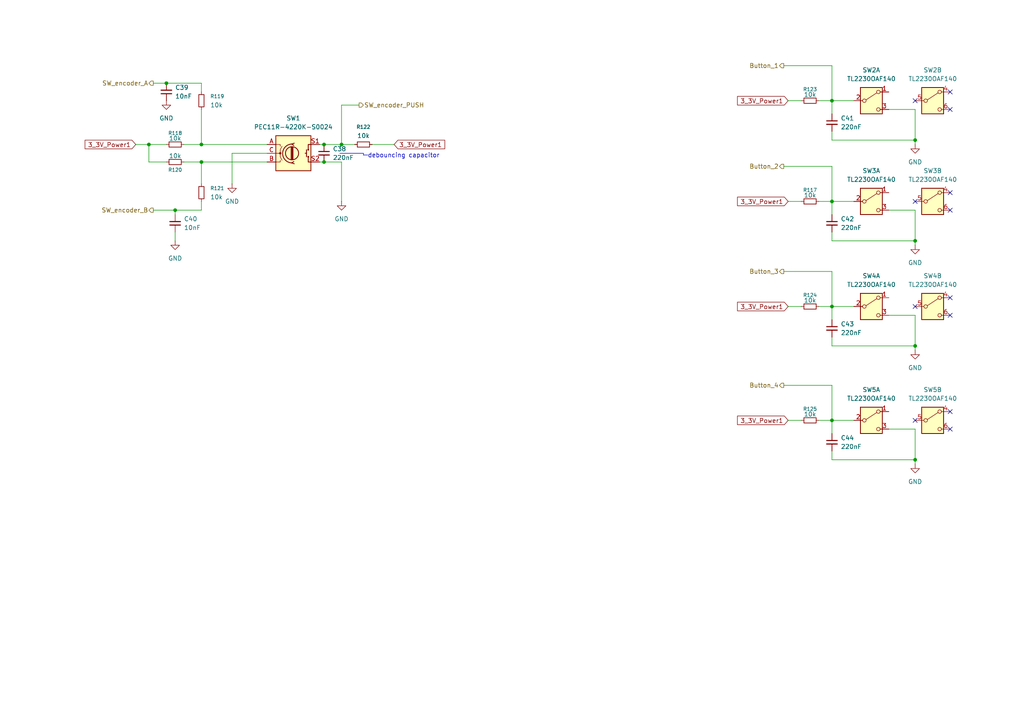
<source format=kicad_sch>
(kicad_sch
	(version 20250114)
	(generator "eeschema")
	(generator_version "9.0")
	(uuid "b3189341-b757-46f6-9cad-6d2397e4baa3")
	(paper "A4")
	(lib_symbols
		(symbol "Device:C_Small"
			(pin_numbers
				(hide yes)
			)
			(pin_names
				(offset 0.254)
				(hide yes)
			)
			(exclude_from_sim no)
			(in_bom yes)
			(on_board yes)
			(property "Reference" "C"
				(at 0.254 1.778 0)
				(effects
					(font
						(size 1.27 1.27)
					)
					(justify left)
				)
			)
			(property "Value" "C_Small"
				(at 0.254 -2.032 0)
				(effects
					(font
						(size 1.27 1.27)
					)
					(justify left)
				)
			)
			(property "Footprint" ""
				(at 0 0 0)
				(effects
					(font
						(size 1.27 1.27)
					)
					(hide yes)
				)
			)
			(property "Datasheet" "~"
				(at 0 0 0)
				(effects
					(font
						(size 1.27 1.27)
					)
					(hide yes)
				)
			)
			(property "Description" "Unpolarized capacitor, small symbol"
				(at 0 0 0)
				(effects
					(font
						(size 1.27 1.27)
					)
					(hide yes)
				)
			)
			(property "ki_keywords" "capacitor cap"
				(at 0 0 0)
				(effects
					(font
						(size 1.27 1.27)
					)
					(hide yes)
				)
			)
			(property "ki_fp_filters" "C_*"
				(at 0 0 0)
				(effects
					(font
						(size 1.27 1.27)
					)
					(hide yes)
				)
			)
			(symbol "C_Small_0_1"
				(polyline
					(pts
						(xy -1.524 0.508) (xy 1.524 0.508)
					)
					(stroke
						(width 0.3048)
						(type default)
					)
					(fill
						(type none)
					)
				)
				(polyline
					(pts
						(xy -1.524 -0.508) (xy 1.524 -0.508)
					)
					(stroke
						(width 0.3302)
						(type default)
					)
					(fill
						(type none)
					)
				)
			)
			(symbol "C_Small_1_1"
				(pin passive line
					(at 0 2.54 270)
					(length 2.032)
					(name "~"
						(effects
							(font
								(size 1.27 1.27)
							)
						)
					)
					(number "1"
						(effects
							(font
								(size 1.27 1.27)
							)
						)
					)
				)
				(pin passive line
					(at 0 -2.54 90)
					(length 2.032)
					(name "~"
						(effects
							(font
								(size 1.27 1.27)
							)
						)
					)
					(number "2"
						(effects
							(font
								(size 1.27 1.27)
							)
						)
					)
				)
			)
			(embedded_fonts no)
		)
		(symbol "Device:R_Small"
			(pin_numbers
				(hide yes)
			)
			(pin_names
				(offset 0.254)
				(hide yes)
			)
			(exclude_from_sim no)
			(in_bom yes)
			(on_board yes)
			(property "Reference" "R"
				(at 0 0 90)
				(effects
					(font
						(size 1.016 1.016)
					)
				)
			)
			(property "Value" "R_Small"
				(at 1.778 0 90)
				(effects
					(font
						(size 1.27 1.27)
					)
				)
			)
			(property "Footprint" ""
				(at 0 0 0)
				(effects
					(font
						(size 1.27 1.27)
					)
					(hide yes)
				)
			)
			(property "Datasheet" "~"
				(at 0 0 0)
				(effects
					(font
						(size 1.27 1.27)
					)
					(hide yes)
				)
			)
			(property "Description" "Resistor, small symbol"
				(at 0 0 0)
				(effects
					(font
						(size 1.27 1.27)
					)
					(hide yes)
				)
			)
			(property "ki_keywords" "R resistor"
				(at 0 0 0)
				(effects
					(font
						(size 1.27 1.27)
					)
					(hide yes)
				)
			)
			(property "ki_fp_filters" "R_*"
				(at 0 0 0)
				(effects
					(font
						(size 1.27 1.27)
					)
					(hide yes)
				)
			)
			(symbol "R_Small_0_1"
				(rectangle
					(start -0.762 1.778)
					(end 0.762 -1.778)
					(stroke
						(width 0.2032)
						(type default)
					)
					(fill
						(type none)
					)
				)
			)
			(symbol "R_Small_1_1"
				(pin passive line
					(at 0 2.54 270)
					(length 0.762)
					(name "~"
						(effects
							(font
								(size 1.27 1.27)
							)
						)
					)
					(number "1"
						(effects
							(font
								(size 1.27 1.27)
							)
						)
					)
				)
				(pin passive line
					(at 0 -2.54 90)
					(length 0.762)
					(name "~"
						(effects
							(font
								(size 1.27 1.27)
							)
						)
					)
					(number "2"
						(effects
							(font
								(size 1.27 1.27)
							)
						)
					)
				)
			)
			(embedded_fonts no)
		)
		(symbol "Device:RotaryEncoder_Switch"
			(pin_names
				(offset 0.254)
				(hide yes)
			)
			(exclude_from_sim no)
			(in_bom yes)
			(on_board yes)
			(property "Reference" "SW"
				(at 0 6.604 0)
				(effects
					(font
						(size 1.27 1.27)
					)
				)
			)
			(property "Value" "RotaryEncoder_Switch"
				(at 0 -6.604 0)
				(effects
					(font
						(size 1.27 1.27)
					)
				)
			)
			(property "Footprint" ""
				(at -3.81 4.064 0)
				(effects
					(font
						(size 1.27 1.27)
					)
					(hide yes)
				)
			)
			(property "Datasheet" "~"
				(at 0 6.604 0)
				(effects
					(font
						(size 1.27 1.27)
					)
					(hide yes)
				)
			)
			(property "Description" "Rotary encoder, dual channel, incremental quadrate outputs, with switch"
				(at 0 0 0)
				(effects
					(font
						(size 1.27 1.27)
					)
					(hide yes)
				)
			)
			(property "ki_keywords" "rotary switch encoder switch push button"
				(at 0 0 0)
				(effects
					(font
						(size 1.27 1.27)
					)
					(hide yes)
				)
			)
			(property "ki_fp_filters" "RotaryEncoder*Switch*"
				(at 0 0 0)
				(effects
					(font
						(size 1.27 1.27)
					)
					(hide yes)
				)
			)
			(symbol "RotaryEncoder_Switch_0_1"
				(rectangle
					(start -5.08 5.08)
					(end 5.08 -5.08)
					(stroke
						(width 0.254)
						(type default)
					)
					(fill
						(type background)
					)
				)
				(polyline
					(pts
						(xy -5.08 2.54) (xy -3.81 2.54) (xy -3.81 2.032)
					)
					(stroke
						(width 0)
						(type default)
					)
					(fill
						(type none)
					)
				)
				(polyline
					(pts
						(xy -5.08 0) (xy -3.81 0) (xy -3.81 -1.016) (xy -3.302 -2.032)
					)
					(stroke
						(width 0)
						(type default)
					)
					(fill
						(type none)
					)
				)
				(polyline
					(pts
						(xy -5.08 -2.54) (xy -3.81 -2.54) (xy -3.81 -2.032)
					)
					(stroke
						(width 0)
						(type default)
					)
					(fill
						(type none)
					)
				)
				(polyline
					(pts
						(xy -4.318 0) (xy -3.81 0) (xy -3.81 1.016) (xy -3.302 2.032)
					)
					(stroke
						(width 0)
						(type default)
					)
					(fill
						(type none)
					)
				)
				(circle
					(center -3.81 0)
					(radius 0.254)
					(stroke
						(width 0)
						(type default)
					)
					(fill
						(type outline)
					)
				)
				(polyline
					(pts
						(xy -0.635 -1.778) (xy -0.635 1.778)
					)
					(stroke
						(width 0.254)
						(type default)
					)
					(fill
						(type none)
					)
				)
				(circle
					(center -0.381 0)
					(radius 1.905)
					(stroke
						(width 0.254)
						(type default)
					)
					(fill
						(type none)
					)
				)
				(polyline
					(pts
						(xy -0.381 -1.778) (xy -0.381 1.778)
					)
					(stroke
						(width 0.254)
						(type default)
					)
					(fill
						(type none)
					)
				)
				(arc
					(start -0.381 -2.794)
					(mid -3.0988 -0.0635)
					(end -0.381 2.667)
					(stroke
						(width 0.254)
						(type default)
					)
					(fill
						(type none)
					)
				)
				(polyline
					(pts
						(xy -0.127 1.778) (xy -0.127 -1.778)
					)
					(stroke
						(width 0.254)
						(type default)
					)
					(fill
						(type none)
					)
				)
				(polyline
					(pts
						(xy 0.254 2.921) (xy -0.508 2.667) (xy 0.127 2.286)
					)
					(stroke
						(width 0.254)
						(type default)
					)
					(fill
						(type none)
					)
				)
				(polyline
					(pts
						(xy 0.254 -3.048) (xy -0.508 -2.794) (xy 0.127 -2.413)
					)
					(stroke
						(width 0.254)
						(type default)
					)
					(fill
						(type none)
					)
				)
				(polyline
					(pts
						(xy 3.81 1.016) (xy 3.81 -1.016)
					)
					(stroke
						(width 0.254)
						(type default)
					)
					(fill
						(type none)
					)
				)
				(polyline
					(pts
						(xy 3.81 0) (xy 3.429 0)
					)
					(stroke
						(width 0.254)
						(type default)
					)
					(fill
						(type none)
					)
				)
				(circle
					(center 4.318 1.016)
					(radius 0.127)
					(stroke
						(width 0.254)
						(type default)
					)
					(fill
						(type none)
					)
				)
				(circle
					(center 4.318 -1.016)
					(radius 0.127)
					(stroke
						(width 0.254)
						(type default)
					)
					(fill
						(type none)
					)
				)
				(polyline
					(pts
						(xy 5.08 2.54) (xy 4.318 2.54) (xy 4.318 1.016)
					)
					(stroke
						(width 0.254)
						(type default)
					)
					(fill
						(type none)
					)
				)
				(polyline
					(pts
						(xy 5.08 -2.54) (xy 4.318 -2.54) (xy 4.318 -1.016)
					)
					(stroke
						(width 0.254)
						(type default)
					)
					(fill
						(type none)
					)
				)
			)
			(symbol "RotaryEncoder_Switch_1_1"
				(pin passive line
					(at -7.62 2.54 0)
					(length 2.54)
					(name "A"
						(effects
							(font
								(size 1.27 1.27)
							)
						)
					)
					(number "A"
						(effects
							(font
								(size 1.27 1.27)
							)
						)
					)
				)
				(pin passive line
					(at -7.62 0 0)
					(length 2.54)
					(name "C"
						(effects
							(font
								(size 1.27 1.27)
							)
						)
					)
					(number "C"
						(effects
							(font
								(size 1.27 1.27)
							)
						)
					)
				)
				(pin passive line
					(at -7.62 -2.54 0)
					(length 2.54)
					(name "B"
						(effects
							(font
								(size 1.27 1.27)
							)
						)
					)
					(number "B"
						(effects
							(font
								(size 1.27 1.27)
							)
						)
					)
				)
				(pin passive line
					(at 7.62 2.54 180)
					(length 2.54)
					(name "S1"
						(effects
							(font
								(size 1.27 1.27)
							)
						)
					)
					(number "S1"
						(effects
							(font
								(size 1.27 1.27)
							)
						)
					)
				)
				(pin passive line
					(at 7.62 -2.54 180)
					(length 2.54)
					(name "S2"
						(effects
							(font
								(size 1.27 1.27)
							)
						)
					)
					(number "S2"
						(effects
							(font
								(size 1.27 1.27)
							)
						)
					)
				)
			)
			(embedded_fonts no)
		)
		(symbol "Switch:SW_DPDT_x2"
			(pin_names
				(offset 0)
				(hide yes)
			)
			(exclude_from_sim no)
			(in_bom yes)
			(on_board yes)
			(property "Reference" "SW"
				(at 0 5.08 0)
				(effects
					(font
						(size 1.27 1.27)
					)
				)
			)
			(property "Value" "SW_DPDT_x2"
				(at 0 -5.08 0)
				(effects
					(font
						(size 1.27 1.27)
					)
				)
			)
			(property "Footprint" ""
				(at 0 0 0)
				(effects
					(font
						(size 1.27 1.27)
					)
					(hide yes)
				)
			)
			(property "Datasheet" "~"
				(at 0 0 0)
				(effects
					(font
						(size 1.27 1.27)
					)
					(hide yes)
				)
			)
			(property "Description" "Switch, dual pole double throw, separate symbols"
				(at 0 0 0)
				(effects
					(font
						(size 1.27 1.27)
					)
					(hide yes)
				)
			)
			(property "ki_keywords" "switch dual-pole double-throw DPDT spdt ON-ON"
				(at 0 0 0)
				(effects
					(font
						(size 1.27 1.27)
					)
					(hide yes)
				)
			)
			(property "ki_fp_filters" "SW*DPDT*"
				(at 0 0 0)
				(effects
					(font
						(size 1.27 1.27)
					)
					(hide yes)
				)
			)
			(symbol "SW_DPDT_x2_0_0"
				(circle
					(center -2.032 0)
					(radius 0.508)
					(stroke
						(width 0)
						(type default)
					)
					(fill
						(type none)
					)
				)
				(circle
					(center 2.032 -2.54)
					(radius 0.508)
					(stroke
						(width 0)
						(type default)
					)
					(fill
						(type none)
					)
				)
			)
			(symbol "SW_DPDT_x2_0_1"
				(rectangle
					(start -3.175 3.81)
					(end 3.175 -3.81)
					(stroke
						(width 0.254)
						(type default)
					)
					(fill
						(type background)
					)
				)
				(polyline
					(pts
						(xy -1.524 0.254) (xy 1.5748 2.286)
					)
					(stroke
						(width 0)
						(type default)
					)
					(fill
						(type none)
					)
				)
				(circle
					(center 2.032 2.54)
					(radius 0.508)
					(stroke
						(width 0)
						(type default)
					)
					(fill
						(type none)
					)
				)
			)
			(symbol "SW_DPDT_x2_1_1"
				(pin passive line
					(at -5.08 0 0)
					(length 2.54)
					(name "B"
						(effects
							(font
								(size 1.27 1.27)
							)
						)
					)
					(number "2"
						(effects
							(font
								(size 1.27 1.27)
							)
						)
					)
				)
				(pin passive line
					(at 5.08 2.54 180)
					(length 2.54)
					(name "A"
						(effects
							(font
								(size 1.27 1.27)
							)
						)
					)
					(number "1"
						(effects
							(font
								(size 1.27 1.27)
							)
						)
					)
				)
				(pin passive line
					(at 5.08 -2.54 180)
					(length 2.54)
					(name "C"
						(effects
							(font
								(size 1.27 1.27)
							)
						)
					)
					(number "3"
						(effects
							(font
								(size 1.27 1.27)
							)
						)
					)
				)
			)
			(symbol "SW_DPDT_x2_2_1"
				(pin passive line
					(at -5.08 0 0)
					(length 2.54)
					(name "B"
						(effects
							(font
								(size 1.27 1.27)
							)
						)
					)
					(number "5"
						(effects
							(font
								(size 1.27 1.27)
							)
						)
					)
				)
				(pin passive line
					(at 5.08 2.54 180)
					(length 2.54)
					(name "A"
						(effects
							(font
								(size 1.27 1.27)
							)
						)
					)
					(number "4"
						(effects
							(font
								(size 1.27 1.27)
							)
						)
					)
				)
				(pin passive line
					(at 5.08 -2.54 180)
					(length 2.54)
					(name "C"
						(effects
							(font
								(size 1.27 1.27)
							)
						)
					)
					(number "6"
						(effects
							(font
								(size 1.27 1.27)
							)
						)
					)
				)
			)
			(embedded_fonts no)
		)
		(symbol "power:GND"
			(power)
			(pin_numbers
				(hide yes)
			)
			(pin_names
				(offset 0)
				(hide yes)
			)
			(exclude_from_sim no)
			(in_bom yes)
			(on_board yes)
			(property "Reference" "#PWR"
				(at 0 -6.35 0)
				(effects
					(font
						(size 1.27 1.27)
					)
					(hide yes)
				)
			)
			(property "Value" "GND"
				(at 0 -3.81 0)
				(effects
					(font
						(size 1.27 1.27)
					)
				)
			)
			(property "Footprint" ""
				(at 0 0 0)
				(effects
					(font
						(size 1.27 1.27)
					)
					(hide yes)
				)
			)
			(property "Datasheet" ""
				(at 0 0 0)
				(effects
					(font
						(size 1.27 1.27)
					)
					(hide yes)
				)
			)
			(property "Description" "Power symbol creates a global label with name \"GND\" , ground"
				(at 0 0 0)
				(effects
					(font
						(size 1.27 1.27)
					)
					(hide yes)
				)
			)
			(property "ki_keywords" "global power"
				(at 0 0 0)
				(effects
					(font
						(size 1.27 1.27)
					)
					(hide yes)
				)
			)
			(symbol "GND_0_1"
				(polyline
					(pts
						(xy 0 0) (xy 0 -1.27) (xy 1.27 -1.27) (xy 0 -2.54) (xy -1.27 -1.27) (xy 0 -1.27)
					)
					(stroke
						(width 0)
						(type default)
					)
					(fill
						(type none)
					)
				)
			)
			(symbol "GND_1_1"
				(pin power_in line
					(at 0 0 270)
					(length 0)
					(name "~"
						(effects
							(font
								(size 1.27 1.27)
							)
						)
					)
					(number "1"
						(effects
							(font
								(size 1.27 1.27)
							)
						)
					)
				)
			)
			(embedded_fonts no)
		)
	)
	(text "debouncing capacitor\n"
		(exclude_from_sim no)
		(at 117.094 45.212 0)
		(effects
			(font
				(size 1.27 1.27)
			)
		)
		(uuid "c03de12d-27b1-4df9-8e77-ea5c9c4e362a")
	)
	(junction
		(at 241.3 58.42)
		(diameter 0)
		(color 0 0 0 0)
		(uuid "019096b1-e60d-447b-947c-b3526b81aba1")
	)
	(junction
		(at 265.43 133.35)
		(diameter 0)
		(color 0 0 0 0)
		(uuid "10873618-d55c-4f3d-8387-b5876d88a58f")
	)
	(junction
		(at 58.42 41.91)
		(diameter 0)
		(color 0 0 0 0)
		(uuid "242c2d9d-12a8-405c-867c-8764a3f9a7db")
	)
	(junction
		(at 265.43 69.85)
		(diameter 0)
		(color 0 0 0 0)
		(uuid "3797f673-22f6-4cdf-b5bf-58c9a877ce1a")
	)
	(junction
		(at 43.18 41.91)
		(diameter 0)
		(color 0 0 0 0)
		(uuid "3bf8f574-12e0-4e5b-bba3-5aad9163882e")
	)
	(junction
		(at 265.43 100.33)
		(diameter 0)
		(color 0 0 0 0)
		(uuid "42237140-bd86-4eae-9939-1afc0e6b2c09")
	)
	(junction
		(at 241.3 29.21)
		(diameter 0)
		(color 0 0 0 0)
		(uuid "4c1382ef-5d02-4f0f-9424-a3deeee57f66")
	)
	(junction
		(at 93.98 46.99)
		(diameter 0)
		(color 0 0 0 0)
		(uuid "6948a9e4-6e53-4f23-b4d2-2c4d09be2058")
	)
	(junction
		(at 241.3 121.92)
		(diameter 0)
		(color 0 0 0 0)
		(uuid "7401cd5d-4773-46f9-91b7-f9db8eef208d")
	)
	(junction
		(at 99.06 41.91)
		(diameter 0)
		(color 0 0 0 0)
		(uuid "8a7c0916-2c30-4df1-8443-c080a180f132")
	)
	(junction
		(at 265.43 40.64)
		(diameter 0)
		(color 0 0 0 0)
		(uuid "a2bad3b9-0907-4d2a-b85c-7f02307b7b6e")
	)
	(junction
		(at 48.26 24.13)
		(diameter 0)
		(color 0 0 0 0)
		(uuid "a32419c6-1181-465d-bf44-beea90c9e243")
	)
	(junction
		(at 93.98 41.91)
		(diameter 0)
		(color 0 0 0 0)
		(uuid "d8d72409-6c46-4a23-aec1-c5d359c2b009")
	)
	(junction
		(at 241.3 88.9)
		(diameter 0)
		(color 0 0 0 0)
		(uuid "dc39d8b4-935e-4fab-885e-0e6ea0fd72df")
	)
	(junction
		(at 50.8 60.96)
		(diameter 0)
		(color 0 0 0 0)
		(uuid "deb8d991-f58a-46c9-92d2-b799a756c9cd")
	)
	(junction
		(at 58.42 46.99)
		(diameter 0)
		(color 0 0 0 0)
		(uuid "e3b2114c-653e-4b62-b68c-5b08607044e6")
	)
	(no_connect
		(at 275.59 55.88)
		(uuid "00db6ae2-2bc2-46c9-9b23-01427ebd09f3")
	)
	(no_connect
		(at 275.59 86.36)
		(uuid "2302b9fa-aaca-464b-b31d-eb92bccadc70")
	)
	(no_connect
		(at 275.59 60.96)
		(uuid "30358963-c675-4cdb-8f76-fcb79df688a0")
	)
	(no_connect
		(at 275.59 119.38)
		(uuid "389f0306-3fc1-4fd0-946f-84f63b0fb18c")
	)
	(no_connect
		(at 265.43 121.92)
		(uuid "42f064d6-cacc-4935-949e-6709ed47851c")
	)
	(no_connect
		(at 265.43 58.42)
		(uuid "78ec32bf-8354-4e7c-9780-95f4340ad144")
	)
	(no_connect
		(at 275.59 31.75)
		(uuid "a1cafdd0-06b8-43e6-8821-570c047c4561")
	)
	(no_connect
		(at 275.59 91.44)
		(uuid "a9308c74-1954-494f-bb40-bcb5520164b5")
	)
	(no_connect
		(at 265.43 88.9)
		(uuid "a9ca772e-279e-46d9-a532-24ceebb857ec")
	)
	(no_connect
		(at 275.59 124.46)
		(uuid "b69daa7b-920d-419e-8a97-755f1de44653")
	)
	(no_connect
		(at 265.43 29.21)
		(uuid "bf9c4b9a-8f07-45c1-a7d5-02a30d60c37b")
	)
	(no_connect
		(at 275.59 26.67)
		(uuid "f78c5daf-d820-4651-be06-b3a2e3088190")
	)
	(wire
		(pts
			(xy 241.3 40.64) (xy 265.43 40.64)
		)
		(stroke
			(width 0)
			(type default)
		)
		(uuid "00a03ae7-4eaa-45d5-845a-ba95ea1f1b0b")
	)
	(wire
		(pts
			(xy 50.8 62.23) (xy 50.8 60.96)
		)
		(stroke
			(width 0)
			(type default)
		)
		(uuid "0c426dce-d6c7-46c5-b538-a88993f31f5b")
	)
	(wire
		(pts
			(xy 228.6 88.9) (xy 232.41 88.9)
		)
		(stroke
			(width 0)
			(type default)
		)
		(uuid "13ec8dd7-6ab7-497d-bb5c-ed9d5672ff3a")
	)
	(wire
		(pts
			(xy 227.33 78.74) (xy 241.3 78.74)
		)
		(stroke
			(width 0)
			(type default)
		)
		(uuid "1ac37955-a7bb-403c-b0df-d8a6029ac180")
	)
	(wire
		(pts
			(xy 50.8 69.85) (xy 50.8 67.31)
		)
		(stroke
			(width 0)
			(type default)
		)
		(uuid "1f1cc9a6-6845-42ba-bc97-6b777ebd8efd")
	)
	(wire
		(pts
			(xy 99.06 41.91) (xy 102.87 41.91)
		)
		(stroke
			(width 0)
			(type default)
		)
		(uuid "2057fd80-2535-4719-b84d-c4280912341c")
	)
	(wire
		(pts
			(xy 107.95 41.91) (xy 114.3 41.91)
		)
		(stroke
			(width 0)
			(type default)
		)
		(uuid "2114fccc-f0be-4f89-a12c-04bc193919f5")
	)
	(wire
		(pts
			(xy 237.49 121.92) (xy 241.3 121.92)
		)
		(stroke
			(width 0)
			(type default)
		)
		(uuid "266381f3-dbce-46b1-bd59-85de95bbc8f8")
	)
	(wire
		(pts
			(xy 58.42 46.99) (xy 77.47 46.99)
		)
		(stroke
			(width 0)
			(type default)
		)
		(uuid "30aad437-3583-42f9-ab03-4fecc656d8c5")
	)
	(wire
		(pts
			(xy 265.43 40.64) (xy 265.43 31.75)
		)
		(stroke
			(width 0)
			(type default)
		)
		(uuid "37875b18-5dab-4949-93e0-ab4f9069348a")
	)
	(polyline
		(pts
			(xy 98.552 44.45) (xy 105.41 44.45)
		)
		(stroke
			(width 0)
			(type default)
		)
		(uuid "3bb5cf4e-6a89-4f30-8b68-d0a189a404fe")
	)
	(wire
		(pts
			(xy 241.3 29.21) (xy 241.3 19.05)
		)
		(stroke
			(width 0)
			(type default)
		)
		(uuid "3d6ffb6c-e258-42f8-993d-48d8503382a5")
	)
	(wire
		(pts
			(xy 237.49 88.9) (xy 241.3 88.9)
		)
		(stroke
			(width 0)
			(type default)
		)
		(uuid "3e1814e2-4d57-4b9e-87c2-e54f6089a360")
	)
	(wire
		(pts
			(xy 265.43 134.62) (xy 265.43 133.35)
		)
		(stroke
			(width 0)
			(type default)
		)
		(uuid "48e60012-259d-40c6-be6e-230222c9c2c7")
	)
	(wire
		(pts
			(xy 241.3 67.31) (xy 241.3 69.85)
		)
		(stroke
			(width 0)
			(type default)
		)
		(uuid "4eef7758-cef1-4b42-b65d-76a3b79cfd0e")
	)
	(wire
		(pts
			(xy 241.3 130.81) (xy 241.3 133.35)
		)
		(stroke
			(width 0)
			(type default)
		)
		(uuid "4ffe8763-fe0e-4d51-b246-0c25d0609076")
	)
	(wire
		(pts
			(xy 265.43 60.96) (xy 257.81 60.96)
		)
		(stroke
			(width 0)
			(type default)
		)
		(uuid "5141a14b-e831-4ba4-9c96-d089b9c83033")
	)
	(wire
		(pts
			(xy 237.49 58.42) (xy 241.3 58.42)
		)
		(stroke
			(width 0)
			(type default)
		)
		(uuid "51443143-6684-41ee-9803-37fd6a4f1485")
	)
	(wire
		(pts
			(xy 241.3 88.9) (xy 247.65 88.9)
		)
		(stroke
			(width 0)
			(type default)
		)
		(uuid "533a1d57-d98a-4ec3-9b53-9d58b5aa92fe")
	)
	(wire
		(pts
			(xy 227.33 19.05) (xy 241.3 19.05)
		)
		(stroke
			(width 0)
			(type default)
		)
		(uuid "547e01d4-6225-4a6e-b094-6a7e11270174")
	)
	(wire
		(pts
			(xy 58.42 41.91) (xy 58.42 31.75)
		)
		(stroke
			(width 0)
			(type default)
		)
		(uuid "56dc8ea7-faca-4003-a32d-2dd53d3fa3ee")
	)
	(wire
		(pts
			(xy 77.47 44.45) (xy 67.31 44.45)
		)
		(stroke
			(width 0)
			(type default)
		)
		(uuid "57208eca-ba20-4f0b-a23b-d89d12325d70")
	)
	(wire
		(pts
			(xy 241.3 33.02) (xy 241.3 29.21)
		)
		(stroke
			(width 0)
			(type default)
		)
		(uuid "58042da3-a643-431c-b57a-ab593459799a")
	)
	(wire
		(pts
			(xy 92.71 41.91) (xy 93.98 41.91)
		)
		(stroke
			(width 0)
			(type default)
		)
		(uuid "62a5939b-f92f-4c9f-a611-91df475b2962")
	)
	(wire
		(pts
			(xy 241.3 88.9) (xy 241.3 78.74)
		)
		(stroke
			(width 0)
			(type default)
		)
		(uuid "62cb9eea-be3b-49c3-8923-ec981db2b8f9")
	)
	(wire
		(pts
			(xy 265.43 71.12) (xy 265.43 69.85)
		)
		(stroke
			(width 0)
			(type default)
		)
		(uuid "64e51eb0-9eb7-4ca7-944c-8f24c43a3b93")
	)
	(wire
		(pts
			(xy 228.6 121.92) (xy 232.41 121.92)
		)
		(stroke
			(width 0)
			(type default)
		)
		(uuid "66436b9e-3d4f-4668-bf75-b097921e5e28")
	)
	(wire
		(pts
			(xy 93.98 46.99) (xy 99.06 46.99)
		)
		(stroke
			(width 0)
			(type default)
		)
		(uuid "66ab7c1c-fa68-49cc-8193-ab4d306b2ccc")
	)
	(wire
		(pts
			(xy 265.43 100.33) (xy 265.43 91.44)
		)
		(stroke
			(width 0)
			(type default)
		)
		(uuid "67853695-34cd-4de4-a167-9716ed5e7a6f")
	)
	(wire
		(pts
			(xy 43.18 46.99) (xy 48.26 46.99)
		)
		(stroke
			(width 0)
			(type default)
		)
		(uuid "6b37129a-d515-4109-a294-b55a6aedba9f")
	)
	(wire
		(pts
			(xy 265.43 91.44) (xy 257.81 91.44)
		)
		(stroke
			(width 0)
			(type default)
		)
		(uuid "6f0473bf-b2d6-41d0-a900-f977fcdb71bb")
	)
	(wire
		(pts
			(xy 241.3 133.35) (xy 265.43 133.35)
		)
		(stroke
			(width 0)
			(type default)
		)
		(uuid "70225495-55c8-497f-90c2-f5dcd4e3d22e")
	)
	(wire
		(pts
			(xy 58.42 58.42) (xy 58.42 60.96)
		)
		(stroke
			(width 0)
			(type default)
		)
		(uuid "720a3daf-71c7-4e9b-88d4-0e5a3d6ba7db")
	)
	(wire
		(pts
			(xy 93.98 41.91) (xy 99.06 41.91)
		)
		(stroke
			(width 0)
			(type default)
		)
		(uuid "73b76421-083c-47d3-9c9e-06e61853b90f")
	)
	(wire
		(pts
			(xy 241.3 29.21) (xy 247.65 29.21)
		)
		(stroke
			(width 0)
			(type default)
		)
		(uuid "75224234-560d-47bc-8eaf-1907c93596ab")
	)
	(wire
		(pts
			(xy 92.71 46.99) (xy 93.98 46.99)
		)
		(stroke
			(width 0)
			(type default)
		)
		(uuid "7c706416-582e-4972-afc1-323bcf40e5a0")
	)
	(wire
		(pts
			(xy 241.3 121.92) (xy 241.3 111.76)
		)
		(stroke
			(width 0)
			(type default)
		)
		(uuid "80a5f3e9-3200-4b92-bc5e-0b33c3df3666")
	)
	(polyline
		(pts
			(xy 106.68 44.958) (xy 105.41 44.958)
		)
		(stroke
			(width 0)
			(type default)
		)
		(uuid "836b8159-d941-4b6d-add6-e18276f3f4b5")
	)
	(wire
		(pts
			(xy 58.42 26.67) (xy 58.42 24.13)
		)
		(stroke
			(width 0)
			(type default)
		)
		(uuid "880a6f67-3438-4e1b-8a25-4c189b74f651")
	)
	(wire
		(pts
			(xy 67.31 44.45) (xy 67.31 53.34)
		)
		(stroke
			(width 0)
			(type default)
		)
		(uuid "88522b9a-4e0f-4a83-89e7-efaad989efcf")
	)
	(wire
		(pts
			(xy 227.33 48.26) (xy 241.3 48.26)
		)
		(stroke
			(width 0)
			(type default)
		)
		(uuid "8e6c3f69-8725-4f39-ad29-f635be1dc0c2")
	)
	(wire
		(pts
			(xy 265.43 124.46) (xy 257.81 124.46)
		)
		(stroke
			(width 0)
			(type default)
		)
		(uuid "8f63c99f-bae0-4f1b-a822-20f18b9c155a")
	)
	(wire
		(pts
			(xy 241.3 38.1) (xy 241.3 40.64)
		)
		(stroke
			(width 0)
			(type default)
		)
		(uuid "8f7f25e7-a35d-410d-bf57-509c33d9f958")
	)
	(wire
		(pts
			(xy 227.33 111.76) (xy 241.3 111.76)
		)
		(stroke
			(width 0)
			(type default)
		)
		(uuid "96f154fc-d318-4c5e-9e3f-e96f2103d3c4")
	)
	(wire
		(pts
			(xy 43.18 41.91) (xy 43.18 46.99)
		)
		(stroke
			(width 0)
			(type default)
		)
		(uuid "9b1db202-35b7-48d5-b29c-042aeb84e04a")
	)
	(wire
		(pts
			(xy 44.45 24.13) (xy 48.26 24.13)
		)
		(stroke
			(width 0)
			(type default)
		)
		(uuid "9cb81629-0114-44e8-9e1e-e7d95a9de06b")
	)
	(wire
		(pts
			(xy 228.6 29.21) (xy 232.41 29.21)
		)
		(stroke
			(width 0)
			(type default)
		)
		(uuid "a2201661-e4a3-43c5-a02e-cc05b3a02367")
	)
	(wire
		(pts
			(xy 265.43 133.35) (xy 265.43 124.46)
		)
		(stroke
			(width 0)
			(type default)
		)
		(uuid "a2c3c55b-d04d-45f4-8a1a-0d30c1c37098")
	)
	(wire
		(pts
			(xy 48.26 41.91) (xy 43.18 41.91)
		)
		(stroke
			(width 0)
			(type default)
		)
		(uuid "a6339dae-9286-4707-9907-491edd4a8d20")
	)
	(wire
		(pts
			(xy 241.3 58.42) (xy 247.65 58.42)
		)
		(stroke
			(width 0)
			(type default)
		)
		(uuid "ad6a2c12-b343-482b-8a6b-f7b51a811313")
	)
	(wire
		(pts
			(xy 265.43 101.6) (xy 265.43 100.33)
		)
		(stroke
			(width 0)
			(type default)
		)
		(uuid "ae9eef62-5efe-4b1e-a075-df33057b9bf0")
	)
	(wire
		(pts
			(xy 99.06 41.91) (xy 99.06 30.48)
		)
		(stroke
			(width 0)
			(type default)
		)
		(uuid "b21cd4ba-7ad5-4c43-9ca1-978a8b7e74d3")
	)
	(wire
		(pts
			(xy 53.34 46.99) (xy 58.42 46.99)
		)
		(stroke
			(width 0)
			(type default)
		)
		(uuid "b2ac8e1f-fec6-4d74-93fe-98d9d62f03fa")
	)
	(polyline
		(pts
			(xy 105.41 44.958) (xy 105.41 44.45)
		)
		(stroke
			(width 0)
			(type default)
		)
		(uuid "b2e2f554-82c5-4854-a91e-8e9830f9edcb")
	)
	(wire
		(pts
			(xy 99.06 30.48) (xy 104.14 30.48)
		)
		(stroke
			(width 0)
			(type default)
		)
		(uuid "c0512a5b-79ba-4ca9-9f24-69bbb9d05d5d")
	)
	(wire
		(pts
			(xy 241.3 100.33) (xy 265.43 100.33)
		)
		(stroke
			(width 0)
			(type default)
		)
		(uuid "c3fb2797-544c-47cf-98c5-36f2371fedbe")
	)
	(wire
		(pts
			(xy 58.42 46.99) (xy 58.42 53.34)
		)
		(stroke
			(width 0)
			(type default)
		)
		(uuid "c6d49b0f-940b-40a0-9846-f467787790c1")
	)
	(wire
		(pts
			(xy 99.06 46.99) (xy 99.06 58.42)
		)
		(stroke
			(width 0)
			(type default)
		)
		(uuid "cd3e74be-438b-4b29-8b6b-d75eb23d10a5")
	)
	(wire
		(pts
			(xy 43.18 41.91) (xy 39.37 41.91)
		)
		(stroke
			(width 0)
			(type default)
		)
		(uuid "cd7b2e34-f27d-436c-9448-48b22e3b7c3b")
	)
	(wire
		(pts
			(xy 241.3 121.92) (xy 247.65 121.92)
		)
		(stroke
			(width 0)
			(type default)
		)
		(uuid "cf553c27-49f6-4c34-a272-5ff2a591a022")
	)
	(wire
		(pts
			(xy 44.45 60.96) (xy 50.8 60.96)
		)
		(stroke
			(width 0)
			(type default)
		)
		(uuid "d207a410-c74f-43a1-bc9f-0457e9777fb8")
	)
	(wire
		(pts
			(xy 228.6 58.42) (xy 232.41 58.42)
		)
		(stroke
			(width 0)
			(type default)
		)
		(uuid "d4f74fa2-9952-4517-bb38-b95e17a2d698")
	)
	(wire
		(pts
			(xy 265.43 41.91) (xy 265.43 40.64)
		)
		(stroke
			(width 0)
			(type default)
		)
		(uuid "d7cdfe18-2d7a-44f0-a2ef-ebc9e940287c")
	)
	(wire
		(pts
			(xy 265.43 31.75) (xy 257.81 31.75)
		)
		(stroke
			(width 0)
			(type default)
		)
		(uuid "e10b097b-fdfe-49b0-85b9-a661ad042275")
	)
	(wire
		(pts
			(xy 241.3 62.23) (xy 241.3 58.42)
		)
		(stroke
			(width 0)
			(type default)
		)
		(uuid "e2fe2571-d704-492f-8d48-327818e11b11")
	)
	(wire
		(pts
			(xy 241.3 58.42) (xy 241.3 48.26)
		)
		(stroke
			(width 0)
			(type default)
		)
		(uuid "e3a586eb-4717-4734-8afa-8b128f19ab9f")
	)
	(wire
		(pts
			(xy 237.49 29.21) (xy 241.3 29.21)
		)
		(stroke
			(width 0)
			(type default)
		)
		(uuid "e705033c-2ca9-4677-974a-0394e44974e5")
	)
	(wire
		(pts
			(xy 265.43 69.85) (xy 265.43 60.96)
		)
		(stroke
			(width 0)
			(type default)
		)
		(uuid "e8602ea3-e990-40eb-a2f7-9542aacf295c")
	)
	(wire
		(pts
			(xy 241.3 97.79) (xy 241.3 100.33)
		)
		(stroke
			(width 0)
			(type default)
		)
		(uuid "ec4979d4-6cbb-4281-9f71-5c6ccfc2d0e2")
	)
	(wire
		(pts
			(xy 241.3 92.71) (xy 241.3 88.9)
		)
		(stroke
			(width 0)
			(type default)
		)
		(uuid "ef55c750-df00-4394-b9f7-19bc2b8b44a0")
	)
	(wire
		(pts
			(xy 50.8 60.96) (xy 58.42 60.96)
		)
		(stroke
			(width 0)
			(type default)
		)
		(uuid "f1d9f0fb-6a8c-4495-b1b1-1b931944c343")
	)
	(wire
		(pts
			(xy 241.3 69.85) (xy 265.43 69.85)
		)
		(stroke
			(width 0)
			(type default)
		)
		(uuid "f282ac23-879e-48df-b4a8-a6efa6afafc6")
	)
	(wire
		(pts
			(xy 58.42 41.91) (xy 77.47 41.91)
		)
		(stroke
			(width 0)
			(type default)
		)
		(uuid "f35e6374-7547-4a3f-adee-0d19aef0c6ca")
	)
	(wire
		(pts
			(xy 53.34 41.91) (xy 58.42 41.91)
		)
		(stroke
			(width 0)
			(type default)
		)
		(uuid "fb08f572-a555-4e53-89a6-3d6cb548e8f2")
	)
	(wire
		(pts
			(xy 241.3 125.73) (xy 241.3 121.92)
		)
		(stroke
			(width 0)
			(type default)
		)
		(uuid "fbeadc2d-65df-4ff5-917c-97f6bdc63b15")
	)
	(wire
		(pts
			(xy 48.26 24.13) (xy 58.42 24.13)
		)
		(stroke
			(width 0)
			(type default)
		)
		(uuid "fd5396fa-4759-48cc-b0b6-4e08f3c1a3c1")
	)
	(global_label "3_3V_Power1"
		(shape input)
		(at 228.6 88.9 180)
		(fields_autoplaced yes)
		(effects
			(font
				(size 1.27 1.27)
			)
			(justify right)
		)
		(uuid "1e1c2a94-60cf-4a74-8b9c-c34f4dfac0cf")
		(property "Intersheetrefs" "${INTERSHEET_REFS}"
			(at 213.3382 88.9 0)
			(effects
				(font
					(size 1.27 1.27)
				)
				(justify right)
				(hide yes)
			)
		)
	)
	(global_label "3_3V_Power1"
		(shape input)
		(at 228.6 58.42 180)
		(fields_autoplaced yes)
		(effects
			(font
				(size 1.27 1.27)
			)
			(justify right)
		)
		(uuid "25feea97-3fa4-4f88-9fd6-1db5d9b32865")
		(property "Intersheetrefs" "${INTERSHEET_REFS}"
			(at 213.3382 58.42 0)
			(effects
				(font
					(size 1.27 1.27)
				)
				(justify right)
				(hide yes)
			)
		)
	)
	(global_label "3_3V_Power1"
		(shape input)
		(at 39.37 41.91 180)
		(fields_autoplaced yes)
		(effects
			(font
				(size 1.27 1.27)
			)
			(justify right)
		)
		(uuid "26e0c6f8-ed74-482c-b66d-74f9d1acdca9")
		(property "Intersheetrefs" "${INTERSHEET_REFS}"
			(at 24.1082 41.91 0)
			(effects
				(font
					(size 1.27 1.27)
				)
				(justify right)
				(hide yes)
			)
		)
	)
	(global_label "3_3V_Power1"
		(shape input)
		(at 114.3 41.91 0)
		(fields_autoplaced yes)
		(effects
			(font
				(size 1.27 1.27)
			)
			(justify left)
		)
		(uuid "8dfd74ef-f8ad-4de5-8670-f9bcf2cf78d7")
		(property "Intersheetrefs" "${INTERSHEET_REFS}"
			(at 129.5618 41.91 0)
			(effects
				(font
					(size 1.27 1.27)
				)
				(justify left)
				(hide yes)
			)
		)
	)
	(global_label "3_3V_Power1"
		(shape input)
		(at 228.6 29.21 180)
		(fields_autoplaced yes)
		(effects
			(font
				(size 1.27 1.27)
			)
			(justify right)
		)
		(uuid "9d7c9048-3c8a-43c5-84e8-af624c2a2786")
		(property "Intersheetrefs" "${INTERSHEET_REFS}"
			(at 213.3382 29.21 0)
			(effects
				(font
					(size 1.27 1.27)
				)
				(justify right)
				(hide yes)
			)
		)
	)
	(global_label "3_3V_Power1"
		(shape input)
		(at 228.6 121.92 180)
		(fields_autoplaced yes)
		(effects
			(font
				(size 1.27 1.27)
			)
			(justify right)
		)
		(uuid "e107aea6-0a06-4166-be23-f5ec53ba4217")
		(property "Intersheetrefs" "${INTERSHEET_REFS}"
			(at 213.3382 121.92 0)
			(effects
				(font
					(size 1.27 1.27)
				)
				(justify right)
				(hide yes)
			)
		)
	)
	(hierarchical_label "Button_4"
		(shape output)
		(at 227.33 111.76 180)
		(effects
			(font
				(size 1.27 1.27)
			)
			(justify right)
		)
		(uuid "0de64a5b-0d15-4a8a-a435-24ddd937baa0")
	)
	(hierarchical_label "SW_encoder_B"
		(shape output)
		(at 44.45 60.96 180)
		(effects
			(font
				(size 1.27 1.27)
			)
			(justify right)
		)
		(uuid "28b34123-90e6-43d5-942f-6de24114b765")
	)
	(hierarchical_label "Button_2"
		(shape output)
		(at 227.33 48.26 180)
		(effects
			(font
				(size 1.27 1.27)
			)
			(justify right)
		)
		(uuid "43ae95ee-4256-4e0c-bbda-03c6909a6be7")
	)
	(hierarchical_label "Button_1"
		(shape output)
		(at 227.33 19.05 180)
		(effects
			(font
				(size 1.27 1.27)
			)
			(justify right)
		)
		(uuid "49b07bb2-de60-45c1-b4eb-15c248a25abe")
	)
	(hierarchical_label "SW_encoder_PUSH"
		(shape output)
		(at 104.14 30.48 0)
		(effects
			(font
				(size 1.27 1.27)
			)
			(justify left)
		)
		(uuid "7f2ed9d5-ab10-4608-bbb4-9e3ff5e790af")
	)
	(hierarchical_label "Button_3"
		(shape output)
		(at 227.33 78.74 180)
		(effects
			(font
				(size 1.27 1.27)
			)
			(justify right)
		)
		(uuid "ad527567-54ce-4974-96c8-6df2a1547a11")
	)
	(hierarchical_label "SW_encoder_A"
		(shape output)
		(at 44.45 24.13 180)
		(effects
			(font
				(size 1.27 1.27)
			)
			(justify right)
		)
		(uuid "ba6e0c49-e153-4ced-a51b-e61981764361")
	)
	(symbol
		(lib_id "Device:RotaryEncoder_Switch")
		(at 85.09 44.45 0)
		(unit 1)
		(exclude_from_sim no)
		(in_bom yes)
		(on_board yes)
		(dnp no)
		(fields_autoplaced yes)
		(uuid "095c7303-f92f-4aab-b534-3507ddb5b4f4")
		(property "Reference" "SW1"
			(at 85.09 34.29 0)
			(effects
				(font
					(size 1.27 1.27)
				)
			)
		)
		(property "Value" "PEC11R-4220K-S0024"
			(at 85.09 36.83 0)
			(effects
				(font
					(size 1.27 1.27)
				)
			)
		)
		(property "Footprint" "_footprints:PEC11R"
			(at 81.28 40.386 0)
			(effects
				(font
					(size 1.27 1.27)
				)
				(hide yes)
			)
		)
		(property "Datasheet" "https://www.bourns.com/docs/Product-Datasheets/PEC11R.pdf"
			(at 85.09 37.846 0)
			(effects
				(font
					(size 1.27 1.27)
				)
				(hide yes)
			)
		)
		(property "Description" "Rotary encoder, dual channel, incremental quadrate outputs, with switch"
			(at 85.09 44.45 0)
			(effects
				(font
					(size 1.27 1.27)
				)
				(hide yes)
			)
		)
		(property "DigiKey_PN" "PEC11R-4220K-S0024-ND"
			(at 85.09 44.45 0)
			(effects
				(font
					(size 1.27 1.27)
				)
				(hide yes)
			)
		)
		(pin "C"
			(uuid "13d34f7b-5203-4c17-a1de-c3b95c157118")
		)
		(pin "S1"
			(uuid "2e5e2123-5dee-450b-91f2-ef8c8f2ca65b")
		)
		(pin "A"
			(uuid "461d54de-10bf-43f4-96f5-28ddb34fb829")
		)
		(pin "S2"
			(uuid "9c708cca-baff-4a5d-9168-9463083f4615")
		)
		(pin "B"
			(uuid "bfe7f90a-3ccd-4607-a7e2-1a121d76af81")
		)
		(instances
			(project ""
				(path "/5fbba8b4-3ab1-4241-8e39-3098c3149716/8c96fabf-4873-4920-bbef-c11c773ddc6c"
					(reference "SW1")
					(unit 1)
				)
			)
		)
	)
	(symbol
		(lib_id "Device:C_Small")
		(at 241.3 64.77 0)
		(unit 1)
		(exclude_from_sim no)
		(in_bom yes)
		(on_board yes)
		(dnp no)
		(fields_autoplaced yes)
		(uuid "0e761579-160c-48c9-9747-16bf0ed1b152")
		(property "Reference" "C42"
			(at 243.84 63.5062 0)
			(effects
				(font
					(size 1.27 1.27)
				)
				(justify left)
			)
		)
		(property "Value" "220nF"
			(at 243.84 66.0462 0)
			(effects
				(font
					(size 1.27 1.27)
				)
				(justify left)
			)
		)
		(property "Footprint" "Capacitor_SMD:C_0603_1608Metric"
			(at 241.3 64.77 0)
			(effects
				(font
					(size 1.27 1.27)
				)
				(hide yes)
			)
		)
		(property "Datasheet" "https://jlcpcb.com/api/file/downloadByFileSystemAccessId/8588906689542569984"
			(at 241.3 64.77 0)
			(effects
				(font
					(size 1.27 1.27)
				)
				(hide yes)
			)
		)
		(property "Description" "220nF 25V X7R ±10% 0603 Multilayer Ceramic Capacitors MLCC - SMD/SMT ROHS"
			(at 241.3 64.77 0)
			(effects
				(font
					(size 1.27 1.27)
				)
				(hide yes)
			)
		)
		(property "LCSC PN" "C1606"
			(at 241.3 64.77 0)
			(effects
				(font
					(size 1.27 1.27)
				)
				(hide yes)
			)
		)
		(pin "1"
			(uuid "07e436d9-b74f-42ea-a573-f6cdbec1839f")
		)
		(pin "2"
			(uuid "b2b4e59b-014c-4082-831c-fa3ba1ad7b84")
		)
		(instances
			(project "BGA_Steuerung"
				(path "/5fbba8b4-3ab1-4241-8e39-3098c3149716/8c96fabf-4873-4920-bbef-c11c773ddc6c"
					(reference "C42")
					(unit 1)
				)
			)
		)
	)
	(symbol
		(lib_id "Device:R_Small")
		(at 50.8 46.99 90)
		(unit 1)
		(exclude_from_sim no)
		(in_bom yes)
		(on_board yes)
		(dnp no)
		(uuid "15bdd886-9dc7-4d62-80fd-950f4ca60830")
		(property "Reference" "R120"
			(at 50.8 49.276 90)
			(effects
				(font
					(size 1.016 1.016)
				)
			)
		)
		(property "Value" "10k"
			(at 50.8 45.212 90)
			(effects
				(font
					(size 1.27 1.27)
				)
			)
		)
		(property "Footprint" "Resistor_SMD:R_0603_1608Metric"
			(at 50.8 46.99 0)
			(effects
				(font
					(size 1.27 1.27)
				)
				(hide yes)
			)
		)
		(property "Datasheet" "https://jlcpcb.com/api/file/downloadByFileSystemAccessId/8588882000258748416"
			(at 50.8 46.99 0)
			(effects
				(font
					(size 1.27 1.27)
				)
				(hide yes)
			)
		)
		(property "Description" "-55℃~+155℃ 100mW 10kΩ 75V Thick Film Resistor ±100ppm/℃ ±5% 0603 Chip Resistor - Surface Mount ROHS"
			(at 50.8 46.99 0)
			(effects
				(font
					(size 1.27 1.27)
				)
				(hide yes)
			)
		)
		(property "LCSC PN" "C15401"
			(at 50.8 46.99 0)
			(effects
				(font
					(size 1.27 1.27)
				)
				(hide yes)
			)
		)
		(pin "2"
			(uuid "285ca0f1-90c8-4e65-a81f-d78360fcab70")
		)
		(pin "1"
			(uuid "df8e0d7d-8dd2-45f5-909c-ea6983bb9359")
		)
		(instances
			(project "BGA_Steuerung"
				(path "/5fbba8b4-3ab1-4241-8e39-3098c3149716/8c96fabf-4873-4920-bbef-c11c773ddc6c"
					(reference "R120")
					(unit 1)
				)
			)
		)
	)
	(symbol
		(lib_id "Device:C_Small")
		(at 93.98 44.45 0)
		(unit 1)
		(exclude_from_sim no)
		(in_bom yes)
		(on_board yes)
		(dnp no)
		(fields_autoplaced yes)
		(uuid "1b29087c-f97e-41de-be28-a0ed3462892f")
		(property "Reference" "C38"
			(at 96.52 43.1862 0)
			(effects
				(font
					(size 1.27 1.27)
				)
				(justify left)
			)
		)
		(property "Value" "220nF"
			(at 96.52 45.7262 0)
			(effects
				(font
					(size 1.27 1.27)
				)
				(justify left)
			)
		)
		(property "Footprint" "Capacitor_SMD:C_0603_1608Metric"
			(at 93.98 44.45 0)
			(effects
				(font
					(size 1.27 1.27)
				)
				(hide yes)
			)
		)
		(property "Datasheet" "https://jlcpcb.com/api/file/downloadByFileSystemAccessId/8588906689542569984"
			(at 93.98 44.45 0)
			(effects
				(font
					(size 1.27 1.27)
				)
				(hide yes)
			)
		)
		(property "Description" "220nF 25V X7R ±10% 0603 Multilayer Ceramic Capacitors MLCC - SMD/SMT ROHS"
			(at 93.98 44.45 0)
			(effects
				(font
					(size 1.27 1.27)
				)
				(hide yes)
			)
		)
		(property "LCSC PN" "C1606"
			(at 93.98 44.45 0)
			(effects
				(font
					(size 1.27 1.27)
				)
				(hide yes)
			)
		)
		(pin "1"
			(uuid "7029748f-c82b-49fe-8748-8479915b4604")
		)
		(pin "2"
			(uuid "8dd21fb0-e543-4364-8131-e944e44ec51c")
		)
		(instances
			(project ""
				(path "/5fbba8b4-3ab1-4241-8e39-3098c3149716/8c96fabf-4873-4920-bbef-c11c773ddc6c"
					(reference "C38")
					(unit 1)
				)
			)
		)
	)
	(symbol
		(lib_id "Device:C_Small")
		(at 241.3 35.56 0)
		(unit 1)
		(exclude_from_sim no)
		(in_bom yes)
		(on_board yes)
		(dnp no)
		(fields_autoplaced yes)
		(uuid "1c4e800b-ab87-4226-8547-f664c85e2087")
		(property "Reference" "C41"
			(at 243.84 34.2962 0)
			(effects
				(font
					(size 1.27 1.27)
				)
				(justify left)
			)
		)
		(property "Value" "220nF"
			(at 243.84 36.8362 0)
			(effects
				(font
					(size 1.27 1.27)
				)
				(justify left)
			)
		)
		(property "Footprint" "Capacitor_SMD:C_0603_1608Metric"
			(at 241.3 35.56 0)
			(effects
				(font
					(size 1.27 1.27)
				)
				(hide yes)
			)
		)
		(property "Datasheet" "https://jlcpcb.com/api/file/downloadByFileSystemAccessId/8588906689542569984"
			(at 241.3 35.56 0)
			(effects
				(font
					(size 1.27 1.27)
				)
				(hide yes)
			)
		)
		(property "Description" "220nF 25V X7R ±10% 0603 Multilayer Ceramic Capacitors MLCC - SMD/SMT ROHS"
			(at 241.3 35.56 0)
			(effects
				(font
					(size 1.27 1.27)
				)
				(hide yes)
			)
		)
		(property "LCSC PN" "C1606"
			(at 241.3 35.56 0)
			(effects
				(font
					(size 1.27 1.27)
				)
				(hide yes)
			)
		)
		(pin "1"
			(uuid "7e9f5a86-c30a-4bfd-b074-40497c9948a3")
		)
		(pin "2"
			(uuid "c5dc7e88-f0f0-4ce8-aede-c57bf5ac44a6")
		)
		(instances
			(project "BGA_Steuerung"
				(path "/5fbba8b4-3ab1-4241-8e39-3098c3149716/8c96fabf-4873-4920-bbef-c11c773ddc6c"
					(reference "C41")
					(unit 1)
				)
			)
		)
	)
	(symbol
		(lib_id "Switch:SW_DPDT_x2")
		(at 270.51 88.9 0)
		(unit 2)
		(exclude_from_sim no)
		(in_bom yes)
		(on_board yes)
		(dnp no)
		(fields_autoplaced yes)
		(uuid "225876c6-3d32-4665-965c-c4d151f4ab35")
		(property "Reference" "SW4"
			(at 270.51 80.01 0)
			(effects
				(font
					(size 1.27 1.27)
				)
			)
		)
		(property "Value" "TL2230OAF140"
			(at 270.51 82.55 0)
			(effects
				(font
					(size 1.27 1.27)
				)
			)
		)
		(property "Footprint" "_footprints:TL2230OAF140"
			(at 270.51 88.9 0)
			(effects
				(font
					(size 1.27 1.27)
				)
				(hide yes)
			)
		)
		(property "Datasheet" "https://www.bourns.com/docs/Product-Datasheets/PEC11R.pdf"
			(at 270.51 88.9 0)
			(effects
				(font
					(size 1.27 1.27)
				)
				(hide yes)
			)
		)
		(property "Description" "Switch, dual pole double throw, separate symbols"
			(at 270.51 88.9 0)
			(effects
				(font
					(size 1.27 1.27)
				)
				(hide yes)
			)
		)
		(property "DigiKey_PN" "EG6032-ND"
			(at 270.51 88.9 0)
			(effects
				(font
					(size 1.27 1.27)
				)
				(hide yes)
			)
		)
		(pin "1"
			(uuid "bd54d7e4-37f4-4a69-854d-10a40d53119b")
		)
		(pin "3"
			(uuid "22c4894f-019f-47f2-be49-33700363d9e6")
		)
		(pin "4"
			(uuid "15f0e385-3806-4f94-9a4c-924ccd6cca4f")
		)
		(pin "2"
			(uuid "23bf7e66-ab23-4ba2-a8b3-9a462d04ee02")
		)
		(pin "6"
			(uuid "b2c8c910-0996-4dbc-b36c-c6ce49aa65b2")
		)
		(pin "5"
			(uuid "13ddb003-49c6-41d2-9645-ba959b857bb6")
		)
		(instances
			(project "BGA_Steuerung"
				(path "/5fbba8b4-3ab1-4241-8e39-3098c3149716/8c96fabf-4873-4920-bbef-c11c773ddc6c"
					(reference "SW4")
					(unit 2)
				)
			)
		)
	)
	(symbol
		(lib_id "Device:R_Small")
		(at 234.95 29.21 90)
		(unit 1)
		(exclude_from_sim no)
		(in_bom yes)
		(on_board yes)
		(dnp no)
		(uuid "3e70a5b2-a089-4288-8139-8d45051b5f16")
		(property "Reference" "R123"
			(at 234.95 25.908 90)
			(effects
				(font
					(size 1.016 1.016)
				)
			)
		)
		(property "Value" "10k"
			(at 234.95 27.432 90)
			(effects
				(font
					(size 1.27 1.27)
				)
			)
		)
		(property "Footprint" "Resistor_SMD:R_0603_1608Metric"
			(at 234.95 29.21 0)
			(effects
				(font
					(size 1.27 1.27)
				)
				(hide yes)
			)
		)
		(property "Datasheet" "https://jlcpcb.com/api/file/downloadByFileSystemAccessId/8588882000258748416"
			(at 234.95 29.21 0)
			(effects
				(font
					(size 1.27 1.27)
				)
				(hide yes)
			)
		)
		(property "Description" "-55℃~+155℃ 100mW 10kΩ 75V Thick Film Resistor ±100ppm/℃ ±5% 0603 Chip Resistor - Surface Mount ROHS"
			(at 234.95 29.21 0)
			(effects
				(font
					(size 1.27 1.27)
				)
				(hide yes)
			)
		)
		(property "LCSC PN" "C15401"
			(at 234.95 29.21 0)
			(effects
				(font
					(size 1.27 1.27)
				)
				(hide yes)
			)
		)
		(pin "2"
			(uuid "be95dd8e-4e9f-4ce9-9790-949bbe0748c6")
		)
		(pin "1"
			(uuid "f26b9c6d-dffc-4862-887a-ce0e8b5c51d2")
		)
		(instances
			(project "BGA_Steuerung"
				(path "/5fbba8b4-3ab1-4241-8e39-3098c3149716/8c96fabf-4873-4920-bbef-c11c773ddc6c"
					(reference "R123")
					(unit 1)
				)
			)
		)
	)
	(symbol
		(lib_id "power:GND")
		(at 265.43 134.62 0)
		(unit 1)
		(exclude_from_sim no)
		(in_bom yes)
		(on_board yes)
		(dnp no)
		(fields_autoplaced yes)
		(uuid "3e92288d-e201-41cf-9819-357e8511012d")
		(property "Reference" "#PWR0113"
			(at 265.43 140.97 0)
			(effects
				(font
					(size 1.27 1.27)
				)
				(hide yes)
			)
		)
		(property "Value" "GND"
			(at 265.43 139.7 0)
			(effects
				(font
					(size 1.27 1.27)
				)
			)
		)
		(property "Footprint" ""
			(at 265.43 134.62 0)
			(effects
				(font
					(size 1.27 1.27)
				)
				(hide yes)
			)
		)
		(property "Datasheet" ""
			(at 265.43 134.62 0)
			(effects
				(font
					(size 1.27 1.27)
				)
				(hide yes)
			)
		)
		(property "Description" "Power symbol creates a global label with name \"GND\" , ground"
			(at 265.43 134.62 0)
			(effects
				(font
					(size 1.27 1.27)
				)
				(hide yes)
			)
		)
		(pin "1"
			(uuid "807754a9-9639-4913-b30f-eb2e8a9d4ed8")
		)
		(instances
			(project "BGA_Steuerung"
				(path "/5fbba8b4-3ab1-4241-8e39-3098c3149716/8c96fabf-4873-4920-bbef-c11c773ddc6c"
					(reference "#PWR0113")
					(unit 1)
				)
			)
		)
	)
	(symbol
		(lib_id "Switch:SW_DPDT_x2")
		(at 252.73 121.92 0)
		(unit 1)
		(exclude_from_sim no)
		(in_bom yes)
		(on_board yes)
		(dnp no)
		(fields_autoplaced yes)
		(uuid "400dced7-8ecd-42eb-bb96-162aeca1d1ba")
		(property "Reference" "SW5"
			(at 252.73 113.03 0)
			(effects
				(font
					(size 1.27 1.27)
				)
			)
		)
		(property "Value" "TL2230OAF140"
			(at 252.73 115.57 0)
			(effects
				(font
					(size 1.27 1.27)
				)
			)
		)
		(property "Footprint" "_footprints:TL2230OAF140"
			(at 252.73 121.92 0)
			(effects
				(font
					(size 1.27 1.27)
				)
				(hide yes)
			)
		)
		(property "Datasheet" "https://www.bourns.com/docs/Product-Datasheets/PEC11R.pdf"
			(at 252.73 121.92 0)
			(effects
				(font
					(size 1.27 1.27)
				)
				(hide yes)
			)
		)
		(property "Description" "Switch, dual pole double throw, separate symbols"
			(at 252.73 121.92 0)
			(effects
				(font
					(size 1.27 1.27)
				)
				(hide yes)
			)
		)
		(property "DigiKey_PN" "EG6032-ND"
			(at 252.73 121.92 0)
			(effects
				(font
					(size 1.27 1.27)
				)
				(hide yes)
			)
		)
		(pin "1"
			(uuid "c19e7b0e-350e-4ce5-9c02-c8174e08dab0")
		)
		(pin "3"
			(uuid "7a39e424-6cbe-4b8b-ab9c-ebac224784a7")
		)
		(pin "4"
			(uuid "c0fe8adf-aafb-4295-ba02-f85ddbe19c13")
		)
		(pin "2"
			(uuid "db1843a2-5061-4adb-ab6c-b7bbffa4069c")
		)
		(pin "6"
			(uuid "028c7d5e-8f72-48e8-bae4-6cb6113d1552")
		)
		(pin "5"
			(uuid "befcb143-5145-49c6-b610-e655a3e0aa0a")
		)
		(instances
			(project "BGA_Steuerung"
				(path "/5fbba8b4-3ab1-4241-8e39-3098c3149716/8c96fabf-4873-4920-bbef-c11c773ddc6c"
					(reference "SW5")
					(unit 1)
				)
			)
		)
	)
	(symbol
		(lib_id "Switch:SW_DPDT_x2")
		(at 270.51 121.92 0)
		(unit 2)
		(exclude_from_sim no)
		(in_bom yes)
		(on_board yes)
		(dnp no)
		(fields_autoplaced yes)
		(uuid "552089d5-c1e7-43af-8c86-3fdad896d074")
		(property "Reference" "SW5"
			(at 270.51 113.03 0)
			(effects
				(font
					(size 1.27 1.27)
				)
			)
		)
		(property "Value" "TL2230OAF140"
			(at 270.51 115.57 0)
			(effects
				(font
					(size 1.27 1.27)
				)
			)
		)
		(property "Footprint" "_footprints:TL2230OAF140"
			(at 270.51 121.92 0)
			(effects
				(font
					(size 1.27 1.27)
				)
				(hide yes)
			)
		)
		(property "Datasheet" "https://www.bourns.com/docs/Product-Datasheets/PEC11R.pdf"
			(at 270.51 121.92 0)
			(effects
				(font
					(size 1.27 1.27)
				)
				(hide yes)
			)
		)
		(property "Description" "Switch, dual pole double throw, separate symbols"
			(at 270.51 121.92 0)
			(effects
				(font
					(size 1.27 1.27)
				)
				(hide yes)
			)
		)
		(property "DigiKey_PN" "EG6032-ND"
			(at 270.51 121.92 0)
			(effects
				(font
					(size 1.27 1.27)
				)
				(hide yes)
			)
		)
		(pin "1"
			(uuid "bd54d7e4-37f4-4a69-854d-10a40d53119c")
		)
		(pin "3"
			(uuid "22c4894f-019f-47f2-be49-33700363d9e7")
		)
		(pin "4"
			(uuid "5d5303de-613f-4543-8d8e-dce5fc089e36")
		)
		(pin "2"
			(uuid "23bf7e66-ab23-4ba2-a8b3-9a462d04ee03")
		)
		(pin "6"
			(uuid "8e252be2-0ec1-40e4-ae12-c90e8e20a5f4")
		)
		(pin "5"
			(uuid "57b5831d-8f69-446c-99ef-140f11b7a7d5")
		)
		(instances
			(project "BGA_Steuerung"
				(path "/5fbba8b4-3ab1-4241-8e39-3098c3149716/8c96fabf-4873-4920-bbef-c11c773ddc6c"
					(reference "SW5")
					(unit 2)
				)
			)
		)
	)
	(symbol
		(lib_id "power:GND")
		(at 265.43 71.12 0)
		(unit 1)
		(exclude_from_sim no)
		(in_bom yes)
		(on_board yes)
		(dnp no)
		(fields_autoplaced yes)
		(uuid "6174fbac-4b9e-419d-98a8-de01f5c39af1")
		(property "Reference" "#PWR0111"
			(at 265.43 77.47 0)
			(effects
				(font
					(size 1.27 1.27)
				)
				(hide yes)
			)
		)
		(property "Value" "GND"
			(at 265.43 76.2 0)
			(effects
				(font
					(size 1.27 1.27)
				)
			)
		)
		(property "Footprint" ""
			(at 265.43 71.12 0)
			(effects
				(font
					(size 1.27 1.27)
				)
				(hide yes)
			)
		)
		(property "Datasheet" ""
			(at 265.43 71.12 0)
			(effects
				(font
					(size 1.27 1.27)
				)
				(hide yes)
			)
		)
		(property "Description" "Power symbol creates a global label with name \"GND\" , ground"
			(at 265.43 71.12 0)
			(effects
				(font
					(size 1.27 1.27)
				)
				(hide yes)
			)
		)
		(pin "1"
			(uuid "d70703e2-351c-4f03-a891-63613d714e5a")
		)
		(instances
			(project "BGA_Steuerung"
				(path "/5fbba8b4-3ab1-4241-8e39-3098c3149716/8c96fabf-4873-4920-bbef-c11c773ddc6c"
					(reference "#PWR0111")
					(unit 1)
				)
			)
		)
	)
	(symbol
		(lib_id "Device:C_Small")
		(at 50.8 64.77 180)
		(unit 1)
		(exclude_from_sim no)
		(in_bom yes)
		(on_board yes)
		(dnp no)
		(fields_autoplaced yes)
		(uuid "621ac397-9074-406c-9bec-965bce4e755a")
		(property "Reference" "C40"
			(at 53.34 63.4935 0)
			(effects
				(font
					(size 1.27 1.27)
				)
				(justify right)
			)
		)
		(property "Value" "10nF"
			(at 53.34 66.0335 0)
			(effects
				(font
					(size 1.27 1.27)
				)
				(justify right)
			)
		)
		(property "Footprint" "Capacitor_SMD:C_0603_1608Metric"
			(at 50.8 64.77 0)
			(effects
				(font
					(size 1.27 1.27)
				)
				(hide yes)
			)
		)
		(property "Datasheet" "https://jlcpcb.com/api/file/downloadByFileSystemAccessId/8586178020515831808"
			(at 50.8 64.77 0)
			(effects
				(font
					(size 1.27 1.27)
				)
				(hide yes)
			)
		)
		(property "Description" "10nF 50V X7R ±10% 0603 Multilayer Ceramic Capacitors MLCC - SMD/SMT ROHS"
			(at 50.8 64.77 0)
			(effects
				(font
					(size 1.27 1.27)
				)
				(hide yes)
			)
		)
		(property "LCSC PN" "C1589"
			(at 50.8 64.77 90)
			(effects
				(font
					(size 1.27 1.27)
				)
				(hide yes)
			)
		)
		(pin "1"
			(uuid "b46642d2-f41e-4765-947a-07316fabeeb7")
		)
		(pin "2"
			(uuid "96eeb788-3784-479a-a33c-8aef9f9755ec")
		)
		(instances
			(project "BGA_Steuerung"
				(path "/5fbba8b4-3ab1-4241-8e39-3098c3149716/8c96fabf-4873-4920-bbef-c11c773ddc6c"
					(reference "C40")
					(unit 1)
				)
			)
		)
	)
	(symbol
		(lib_id "Device:C_Small")
		(at 241.3 95.25 0)
		(unit 1)
		(exclude_from_sim no)
		(in_bom yes)
		(on_board yes)
		(dnp no)
		(fields_autoplaced yes)
		(uuid "626cce4b-48d0-468d-a9da-332a4897e02a")
		(property "Reference" "C43"
			(at 243.84 93.9862 0)
			(effects
				(font
					(size 1.27 1.27)
				)
				(justify left)
			)
		)
		(property "Value" "220nF"
			(at 243.84 96.5262 0)
			(effects
				(font
					(size 1.27 1.27)
				)
				(justify left)
			)
		)
		(property "Footprint" "Capacitor_SMD:C_0603_1608Metric"
			(at 241.3 95.25 0)
			(effects
				(font
					(size 1.27 1.27)
				)
				(hide yes)
			)
		)
		(property "Datasheet" "https://jlcpcb.com/api/file/downloadByFileSystemAccessId/8588906689542569984"
			(at 241.3 95.25 0)
			(effects
				(font
					(size 1.27 1.27)
				)
				(hide yes)
			)
		)
		(property "Description" "220nF 25V X7R ±10% 0603 Multilayer Ceramic Capacitors MLCC - SMD/SMT ROHS"
			(at 241.3 95.25 0)
			(effects
				(font
					(size 1.27 1.27)
				)
				(hide yes)
			)
		)
		(property "LCSC PN" "C1606"
			(at 241.3 95.25 0)
			(effects
				(font
					(size 1.27 1.27)
				)
				(hide yes)
			)
		)
		(pin "1"
			(uuid "26de6222-7f76-4a06-a560-fca646f387fe")
		)
		(pin "2"
			(uuid "9b3abfb5-7754-4cc8-ba78-98933a00a795")
		)
		(instances
			(project "BGA_Steuerung"
				(path "/5fbba8b4-3ab1-4241-8e39-3098c3149716/8c96fabf-4873-4920-bbef-c11c773ddc6c"
					(reference "C43")
					(unit 1)
				)
			)
		)
	)
	(symbol
		(lib_id "power:GND")
		(at 265.43 41.91 0)
		(unit 1)
		(exclude_from_sim no)
		(in_bom yes)
		(on_board yes)
		(dnp no)
		(fields_autoplaced yes)
		(uuid "65312cbf-3f4a-4279-9a1d-cbd7b5220961")
		(property "Reference" "#PWR0110"
			(at 265.43 48.26 0)
			(effects
				(font
					(size 1.27 1.27)
				)
				(hide yes)
			)
		)
		(property "Value" "GND"
			(at 265.43 46.99 0)
			(effects
				(font
					(size 1.27 1.27)
				)
			)
		)
		(property "Footprint" ""
			(at 265.43 41.91 0)
			(effects
				(font
					(size 1.27 1.27)
				)
				(hide yes)
			)
		)
		(property "Datasheet" ""
			(at 265.43 41.91 0)
			(effects
				(font
					(size 1.27 1.27)
				)
				(hide yes)
			)
		)
		(property "Description" "Power symbol creates a global label with name \"GND\" , ground"
			(at 265.43 41.91 0)
			(effects
				(font
					(size 1.27 1.27)
				)
				(hide yes)
			)
		)
		(pin "1"
			(uuid "b82445e6-d7bc-4bfc-8fee-ad0db006bb52")
		)
		(instances
			(project ""
				(path "/5fbba8b4-3ab1-4241-8e39-3098c3149716/8c96fabf-4873-4920-bbef-c11c773ddc6c"
					(reference "#PWR0110")
					(unit 1)
				)
			)
		)
	)
	(symbol
		(lib_id "Switch:SW_DPDT_x2")
		(at 252.73 88.9 0)
		(unit 1)
		(exclude_from_sim no)
		(in_bom yes)
		(on_board yes)
		(dnp no)
		(fields_autoplaced yes)
		(uuid "6852f32b-deb3-4468-8540-7b00be2cdd3e")
		(property "Reference" "SW4"
			(at 252.73 80.01 0)
			(effects
				(font
					(size 1.27 1.27)
				)
			)
		)
		(property "Value" "TL2230OAF140"
			(at 252.73 82.55 0)
			(effects
				(font
					(size 1.27 1.27)
				)
			)
		)
		(property "Footprint" "_footprints:TL2230OAF140"
			(at 252.73 88.9 0)
			(effects
				(font
					(size 1.27 1.27)
				)
				(hide yes)
			)
		)
		(property "Datasheet" "https://www.bourns.com/docs/Product-Datasheets/PEC11R.pdf"
			(at 252.73 88.9 0)
			(effects
				(font
					(size 1.27 1.27)
				)
				(hide yes)
			)
		)
		(property "Description" "Switch, dual pole double throw, separate symbols"
			(at 252.73 88.9 0)
			(effects
				(font
					(size 1.27 1.27)
				)
				(hide yes)
			)
		)
		(property "DigiKey_PN" "EG6032-ND"
			(at 252.73 88.9 0)
			(effects
				(font
					(size 1.27 1.27)
				)
				(hide yes)
			)
		)
		(pin "1"
			(uuid "a67ac770-1842-486b-9eb3-9c3020c39610")
		)
		(pin "3"
			(uuid "a6b180da-06a1-4e2f-aed3-e521e4527823")
		)
		(pin "4"
			(uuid "c0fe8adf-aafb-4295-ba02-f85ddbe19c14")
		)
		(pin "2"
			(uuid "6c7ae30f-9aae-4a7f-958e-90a840feaf7d")
		)
		(pin "6"
			(uuid "028c7d5e-8f72-48e8-bae4-6cb6113d1553")
		)
		(pin "5"
			(uuid "befcb143-5145-49c6-b610-e655a3e0aa0b")
		)
		(instances
			(project "BGA_Steuerung"
				(path "/5fbba8b4-3ab1-4241-8e39-3098c3149716/8c96fabf-4873-4920-bbef-c11c773ddc6c"
					(reference "SW4")
					(unit 1)
				)
			)
		)
	)
	(symbol
		(lib_id "Switch:SW_DPDT_x2")
		(at 252.73 29.21 0)
		(unit 1)
		(exclude_from_sim no)
		(in_bom yes)
		(on_board yes)
		(dnp no)
		(fields_autoplaced yes)
		(uuid "695060d0-3f9d-462d-bd70-13ed482cd6ff")
		(property "Reference" "SW2"
			(at 252.73 20.32 0)
			(effects
				(font
					(size 1.27 1.27)
				)
			)
		)
		(property "Value" "TL2230OAF140"
			(at 252.73 22.86 0)
			(effects
				(font
					(size 1.27 1.27)
				)
			)
		)
		(property "Footprint" "_footprints:TL2230OAF140"
			(at 252.73 29.21 0)
			(effects
				(font
					(size 1.27 1.27)
				)
				(hide yes)
			)
		)
		(property "Datasheet" "https://www.bourns.com/docs/Product-Datasheets/PEC11R.pdf"
			(at 252.73 29.21 0)
			(effects
				(font
					(size 1.27 1.27)
				)
				(hide yes)
			)
		)
		(property "Description" "Switch, dual pole double throw, separate symbols"
			(at 252.73 29.21 0)
			(effects
				(font
					(size 1.27 1.27)
				)
				(hide yes)
			)
		)
		(property "DigiKey_PN" "EG6032-ND"
			(at 252.73 29.21 0)
			(effects
				(font
					(size 1.27 1.27)
				)
				(hide yes)
			)
		)
		(pin "1"
			(uuid "bd54d7e4-37f4-4a69-854d-10a40d53119a")
		)
		(pin "3"
			(uuid "22c4894f-019f-47f2-be49-33700363d9e5")
		)
		(pin "4"
			(uuid "c0fe8adf-aafb-4295-ba02-f85ddbe19c15")
		)
		(pin "2"
			(uuid "23bf7e66-ab23-4ba2-a8b3-9a462d04ee01")
		)
		(pin "6"
			(uuid "028c7d5e-8f72-48e8-bae4-6cb6113d1554")
		)
		(pin "5"
			(uuid "befcb143-5145-49c6-b610-e655a3e0aa0c")
		)
		(instances
			(project ""
				(path "/5fbba8b4-3ab1-4241-8e39-3098c3149716/8c96fabf-4873-4920-bbef-c11c773ddc6c"
					(reference "SW2")
					(unit 1)
				)
			)
		)
	)
	(symbol
		(lib_id "Device:C_Small")
		(at 241.3 128.27 0)
		(unit 1)
		(exclude_from_sim no)
		(in_bom yes)
		(on_board yes)
		(dnp no)
		(fields_autoplaced yes)
		(uuid "6951f954-82ae-4ebd-aacc-be3f73010171")
		(property "Reference" "C44"
			(at 243.84 127.0062 0)
			(effects
				(font
					(size 1.27 1.27)
				)
				(justify left)
			)
		)
		(property "Value" "220nF"
			(at 243.84 129.5462 0)
			(effects
				(font
					(size 1.27 1.27)
				)
				(justify left)
			)
		)
		(property "Footprint" "Capacitor_SMD:C_0603_1608Metric"
			(at 241.3 128.27 0)
			(effects
				(font
					(size 1.27 1.27)
				)
				(hide yes)
			)
		)
		(property "Datasheet" "https://jlcpcb.com/api/file/downloadByFileSystemAccessId/8588906689542569984"
			(at 241.3 128.27 0)
			(effects
				(font
					(size 1.27 1.27)
				)
				(hide yes)
			)
		)
		(property "Description" "220nF 25V X7R ±10% 0603 Multilayer Ceramic Capacitors MLCC - SMD/SMT ROHS"
			(at 241.3 128.27 0)
			(effects
				(font
					(size 1.27 1.27)
				)
				(hide yes)
			)
		)
		(property "LCSC PN" "C1606"
			(at 241.3 128.27 0)
			(effects
				(font
					(size 1.27 1.27)
				)
				(hide yes)
			)
		)
		(pin "1"
			(uuid "fd17fc4b-b7c7-4cea-af63-3b7d27218f7f")
		)
		(pin "2"
			(uuid "b28d6566-b495-407c-a92f-ce87b3b54852")
		)
		(instances
			(project "BGA_Steuerung"
				(path "/5fbba8b4-3ab1-4241-8e39-3098c3149716/8c96fabf-4873-4920-bbef-c11c773ddc6c"
					(reference "C44")
					(unit 1)
				)
			)
		)
	)
	(symbol
		(lib_id "Device:R_Small")
		(at 58.42 55.88 180)
		(unit 1)
		(exclude_from_sim no)
		(in_bom yes)
		(on_board yes)
		(dnp no)
		(fields_autoplaced yes)
		(uuid "6969b403-b76c-4d84-b9f7-6dc1090b8917")
		(property "Reference" "R121"
			(at 60.96 54.6099 0)
			(effects
				(font
					(size 1.016 1.016)
				)
				(justify right)
			)
		)
		(property "Value" "10k"
			(at 60.96 57.1499 0)
			(effects
				(font
					(size 1.27 1.27)
				)
				(justify right)
			)
		)
		(property "Footprint" "Resistor_SMD:R_0603_1608Metric"
			(at 58.42 55.88 0)
			(effects
				(font
					(size 1.27 1.27)
				)
				(hide yes)
			)
		)
		(property "Datasheet" "https://jlcpcb.com/api/file/downloadByFileSystemAccessId/8588882000258748416"
			(at 58.42 55.88 0)
			(effects
				(font
					(size 1.27 1.27)
				)
				(hide yes)
			)
		)
		(property "Description" "-55℃~+155℃ 100mW 10kΩ 75V Thick Film Resistor ±100ppm/℃ ±5% 0603 Chip Resistor - Surface Mount ROHS"
			(at 58.42 55.88 0)
			(effects
				(font
					(size 1.27 1.27)
				)
				(hide yes)
			)
		)
		(property "LCSC PN" "C15401"
			(at 58.42 55.88 0)
			(effects
				(font
					(size 1.27 1.27)
				)
				(hide yes)
			)
		)
		(pin "2"
			(uuid "059e0ed3-0af0-489b-994c-aa063ce1f347")
		)
		(pin "1"
			(uuid "1b79859b-8a70-4295-8c18-ae54c1947c6e")
		)
		(instances
			(project "BGA_Steuerung"
				(path "/5fbba8b4-3ab1-4241-8e39-3098c3149716/8c96fabf-4873-4920-bbef-c11c773ddc6c"
					(reference "R121")
					(unit 1)
				)
			)
		)
	)
	(symbol
		(lib_id "Device:R_Small")
		(at 234.95 88.9 90)
		(unit 1)
		(exclude_from_sim no)
		(in_bom yes)
		(on_board yes)
		(dnp no)
		(uuid "6a012c5f-0f75-4cb1-a616-651c99ef04a6")
		(property "Reference" "R124"
			(at 234.95 85.598 90)
			(effects
				(font
					(size 1.016 1.016)
				)
			)
		)
		(property "Value" "10k"
			(at 234.95 87.122 90)
			(effects
				(font
					(size 1.27 1.27)
				)
			)
		)
		(property "Footprint" "Resistor_SMD:R_0603_1608Metric"
			(at 234.95 88.9 0)
			(effects
				(font
					(size 1.27 1.27)
				)
				(hide yes)
			)
		)
		(property "Datasheet" "https://jlcpcb.com/api/file/downloadByFileSystemAccessId/8588882000258748416"
			(at 234.95 88.9 0)
			(effects
				(font
					(size 1.27 1.27)
				)
				(hide yes)
			)
		)
		(property "Description" "-55℃~+155℃ 100mW 10kΩ 75V Thick Film Resistor ±100ppm/℃ ±5% 0603 Chip Resistor - Surface Mount ROHS"
			(at 234.95 88.9 0)
			(effects
				(font
					(size 1.27 1.27)
				)
				(hide yes)
			)
		)
		(property "LCSC PN" "C15401"
			(at 234.95 88.9 0)
			(effects
				(font
					(size 1.27 1.27)
				)
				(hide yes)
			)
		)
		(pin "2"
			(uuid "950bc0a7-5794-41c6-b562-8b01c1acfb59")
		)
		(pin "1"
			(uuid "aad5b040-5869-41fc-b3d5-1da0fda06628")
		)
		(instances
			(project "BGA_Steuerung"
				(path "/5fbba8b4-3ab1-4241-8e39-3098c3149716/8c96fabf-4873-4920-bbef-c11c773ddc6c"
					(reference "R124")
					(unit 1)
				)
			)
		)
	)
	(symbol
		(lib_id "Device:R_Small")
		(at 50.8 41.91 90)
		(unit 1)
		(exclude_from_sim no)
		(in_bom yes)
		(on_board yes)
		(dnp no)
		(uuid "788d7348-2882-4e32-ad66-072782674b58")
		(property "Reference" "R118"
			(at 50.8 38.608 90)
			(effects
				(font
					(size 1.016 1.016)
				)
			)
		)
		(property "Value" "10k"
			(at 50.8 40.132 90)
			(effects
				(font
					(size 1.27 1.27)
				)
			)
		)
		(property "Footprint" "Resistor_SMD:R_0603_1608Metric"
			(at 50.8 41.91 0)
			(effects
				(font
					(size 1.27 1.27)
				)
				(hide yes)
			)
		)
		(property "Datasheet" "https://jlcpcb.com/api/file/downloadByFileSystemAccessId/8588882000258748416"
			(at 50.8 41.91 0)
			(effects
				(font
					(size 1.27 1.27)
				)
				(hide yes)
			)
		)
		(property "Description" "-55℃~+155℃ 100mW 10kΩ 75V Thick Film Resistor ±100ppm/℃ ±5% 0603 Chip Resistor - Surface Mount ROHS"
			(at 50.8 41.91 0)
			(effects
				(font
					(size 1.27 1.27)
				)
				(hide yes)
			)
		)
		(property "LCSC PN" "C15401"
			(at 50.8 41.91 0)
			(effects
				(font
					(size 1.27 1.27)
				)
				(hide yes)
			)
		)
		(pin "2"
			(uuid "620fd1c3-2c86-4714-8101-af667c60f8cd")
		)
		(pin "1"
			(uuid "ee47a406-6929-4343-adc1-d808fdca254c")
		)
		(instances
			(project "BGA_Steuerung"
				(path "/5fbba8b4-3ab1-4241-8e39-3098c3149716/8c96fabf-4873-4920-bbef-c11c773ddc6c"
					(reference "R118")
					(unit 1)
				)
			)
		)
	)
	(symbol
		(lib_id "Switch:SW_DPDT_x2")
		(at 252.73 58.42 0)
		(unit 1)
		(exclude_from_sim no)
		(in_bom yes)
		(on_board yes)
		(dnp no)
		(fields_autoplaced yes)
		(uuid "795857f8-c05f-4eb3-9543-e4a42e8080de")
		(property "Reference" "SW3"
			(at 252.73 49.53 0)
			(effects
				(font
					(size 1.27 1.27)
				)
			)
		)
		(property "Value" "TL2230OAF140"
			(at 252.73 52.07 0)
			(effects
				(font
					(size 1.27 1.27)
				)
			)
		)
		(property "Footprint" "_footprints:TL2230OAF140"
			(at 252.73 58.42 0)
			(effects
				(font
					(size 1.27 1.27)
				)
				(hide yes)
			)
		)
		(property "Datasheet" "https://www.bourns.com/docs/Product-Datasheets/PEC11R.pdf"
			(at 252.73 58.42 0)
			(effects
				(font
					(size 1.27 1.27)
				)
				(hide yes)
			)
		)
		(property "Description" "Switch, dual pole double throw, separate symbols"
			(at 252.73 58.42 0)
			(effects
				(font
					(size 1.27 1.27)
				)
				(hide yes)
			)
		)
		(property "DigiKey_PN" "EG6032-ND"
			(at 252.73 58.42 0)
			(effects
				(font
					(size 1.27 1.27)
				)
				(hide yes)
			)
		)
		(pin "1"
			(uuid "aa49a1fd-3474-43c9-8dd0-08f709138537")
		)
		(pin "3"
			(uuid "f8fb7039-9d93-4db1-87d2-d5995c4597fd")
		)
		(pin "4"
			(uuid "c0fe8adf-aafb-4295-ba02-f85ddbe19c16")
		)
		(pin "2"
			(uuid "334a4829-82c5-4e90-a399-eb7c49732472")
		)
		(pin "6"
			(uuid "028c7d5e-8f72-48e8-bae4-6cb6113d1555")
		)
		(pin "5"
			(uuid "befcb143-5145-49c6-b610-e655a3e0aa0d")
		)
		(instances
			(project "BGA_Steuerung"
				(path "/5fbba8b4-3ab1-4241-8e39-3098c3149716/8c96fabf-4873-4920-bbef-c11c773ddc6c"
					(reference "SW3")
					(unit 1)
				)
			)
		)
	)
	(symbol
		(lib_id "Switch:SW_DPDT_x2")
		(at 270.51 58.42 0)
		(unit 2)
		(exclude_from_sim no)
		(in_bom yes)
		(on_board yes)
		(dnp no)
		(fields_autoplaced yes)
		(uuid "877424cb-7347-42da-bc91-28273d772ead")
		(property "Reference" "SW3"
			(at 270.51 49.53 0)
			(effects
				(font
					(size 1.27 1.27)
				)
			)
		)
		(property "Value" "TL2230OAF140"
			(at 270.51 52.07 0)
			(effects
				(font
					(size 1.27 1.27)
				)
			)
		)
		(property "Footprint" "_footprints:TL2230OAF140"
			(at 270.51 58.42 0)
			(effects
				(font
					(size 1.27 1.27)
				)
				(hide yes)
			)
		)
		(property "Datasheet" "https://www.bourns.com/docs/Product-Datasheets/PEC11R.pdf"
			(at 270.51 58.42 0)
			(effects
				(font
					(size 1.27 1.27)
				)
				(hide yes)
			)
		)
		(property "Description" "Switch, dual pole double throw, separate symbols"
			(at 270.51 58.42 0)
			(effects
				(font
					(size 1.27 1.27)
				)
				(hide yes)
			)
		)
		(property "DigiKey_PN" "EG6032-ND"
			(at 270.51 58.42 0)
			(effects
				(font
					(size 1.27 1.27)
				)
				(hide yes)
			)
		)
		(pin "1"
			(uuid "bd54d7e4-37f4-4a69-854d-10a40d53119d")
		)
		(pin "3"
			(uuid "22c4894f-019f-47f2-be49-33700363d9e8")
		)
		(pin "4"
			(uuid "35d129d4-cf05-4e6b-99d0-85156384523a")
		)
		(pin "2"
			(uuid "23bf7e66-ab23-4ba2-a8b3-9a462d04ee04")
		)
		(pin "6"
			(uuid "c45255be-953e-4891-a59d-e5bfea9b5669")
		)
		(pin "5"
			(uuid "efd6ce4c-817b-48ae-bca0-4e773f58277e")
		)
		(instances
			(project "BGA_Steuerung"
				(path "/5fbba8b4-3ab1-4241-8e39-3098c3149716/8c96fabf-4873-4920-bbef-c11c773ddc6c"
					(reference "SW3")
					(unit 2)
				)
			)
		)
	)
	(symbol
		(lib_id "power:GND")
		(at 265.43 101.6 0)
		(unit 1)
		(exclude_from_sim no)
		(in_bom yes)
		(on_board yes)
		(dnp no)
		(fields_autoplaced yes)
		(uuid "8b5467af-b481-4033-be39-3ca48b481ad4")
		(property "Reference" "#PWR0112"
			(at 265.43 107.95 0)
			(effects
				(font
					(size 1.27 1.27)
				)
				(hide yes)
			)
		)
		(property "Value" "GND"
			(at 265.43 106.68 0)
			(effects
				(font
					(size 1.27 1.27)
				)
			)
		)
		(property "Footprint" ""
			(at 265.43 101.6 0)
			(effects
				(font
					(size 1.27 1.27)
				)
				(hide yes)
			)
		)
		(property "Datasheet" ""
			(at 265.43 101.6 0)
			(effects
				(font
					(size 1.27 1.27)
				)
				(hide yes)
			)
		)
		(property "Description" "Power symbol creates a global label with name \"GND\" , ground"
			(at 265.43 101.6 0)
			(effects
				(font
					(size 1.27 1.27)
				)
				(hide yes)
			)
		)
		(pin "1"
			(uuid "16eea682-ac3d-4378-874b-fd02ae77f427")
		)
		(instances
			(project "BGA_Steuerung"
				(path "/5fbba8b4-3ab1-4241-8e39-3098c3149716/8c96fabf-4873-4920-bbef-c11c773ddc6c"
					(reference "#PWR0112")
					(unit 1)
				)
			)
		)
	)
	(symbol
		(lib_id "power:GND")
		(at 67.31 53.34 0)
		(unit 1)
		(exclude_from_sim no)
		(in_bom yes)
		(on_board yes)
		(dnp no)
		(fields_autoplaced yes)
		(uuid "941ecdb5-5120-4311-aa99-635d81ee47a4")
		(property "Reference" "#PWR0107"
			(at 67.31 59.69 0)
			(effects
				(font
					(size 1.27 1.27)
				)
				(hide yes)
			)
		)
		(property "Value" "GND"
			(at 67.31 58.42 0)
			(effects
				(font
					(size 1.27 1.27)
				)
			)
		)
		(property "Footprint" ""
			(at 67.31 53.34 0)
			(effects
				(font
					(size 1.27 1.27)
				)
				(hide yes)
			)
		)
		(property "Datasheet" ""
			(at 67.31 53.34 0)
			(effects
				(font
					(size 1.27 1.27)
				)
				(hide yes)
			)
		)
		(property "Description" "Power symbol creates a global label with name \"GND\" , ground"
			(at 67.31 53.34 0)
			(effects
				(font
					(size 1.27 1.27)
				)
				(hide yes)
			)
		)
		(pin "1"
			(uuid "75215871-2626-4072-b8f3-66ea6d30f864")
		)
		(instances
			(project "BGA_Steuerung"
				(path "/5fbba8b4-3ab1-4241-8e39-3098c3149716/8c96fabf-4873-4920-bbef-c11c773ddc6c"
					(reference "#PWR0107")
					(unit 1)
				)
			)
		)
	)
	(symbol
		(lib_id "power:GND")
		(at 50.8 69.85 0)
		(unit 1)
		(exclude_from_sim no)
		(in_bom yes)
		(on_board yes)
		(dnp no)
		(fields_autoplaced yes)
		(uuid "9c0c0307-a8b7-401a-81f1-b39cd10e0809")
		(property "Reference" "#PWR0109"
			(at 50.8 76.2 0)
			(effects
				(font
					(size 1.27 1.27)
				)
				(hide yes)
			)
		)
		(property "Value" "GND"
			(at 50.8 74.93 0)
			(effects
				(font
					(size 1.27 1.27)
				)
			)
		)
		(property "Footprint" ""
			(at 50.8 69.85 0)
			(effects
				(font
					(size 1.27 1.27)
				)
				(hide yes)
			)
		)
		(property "Datasheet" ""
			(at 50.8 69.85 0)
			(effects
				(font
					(size 1.27 1.27)
				)
				(hide yes)
			)
		)
		(property "Description" "Power symbol creates a global label with name \"GND\" , ground"
			(at 50.8 69.85 0)
			(effects
				(font
					(size 1.27 1.27)
				)
				(hide yes)
			)
		)
		(pin "1"
			(uuid "04d558bc-f3f6-4a68-8b3c-e858e72e16b1")
		)
		(instances
			(project "BGA_Steuerung"
				(path "/5fbba8b4-3ab1-4241-8e39-3098c3149716/8c96fabf-4873-4920-bbef-c11c773ddc6c"
					(reference "#PWR0109")
					(unit 1)
				)
			)
		)
	)
	(symbol
		(lib_id "Device:R_Small")
		(at 234.95 121.92 90)
		(unit 1)
		(exclude_from_sim no)
		(in_bom yes)
		(on_board yes)
		(dnp no)
		(uuid "aa11dcd1-2cd1-4a40-b9f0-e0cc4f71c249")
		(property "Reference" "R125"
			(at 234.95 118.618 90)
			(effects
				(font
					(size 1.016 1.016)
				)
			)
		)
		(property "Value" "10k"
			(at 234.95 120.142 90)
			(effects
				(font
					(size 1.27 1.27)
				)
			)
		)
		(property "Footprint" "Resistor_SMD:R_0603_1608Metric"
			(at 234.95 121.92 0)
			(effects
				(font
					(size 1.27 1.27)
				)
				(hide yes)
			)
		)
		(property "Datasheet" "https://jlcpcb.com/api/file/downloadByFileSystemAccessId/8588882000258748416"
			(at 234.95 121.92 0)
			(effects
				(font
					(size 1.27 1.27)
				)
				(hide yes)
			)
		)
		(property "Description" "-55℃~+155℃ 100mW 10kΩ 75V Thick Film Resistor ±100ppm/℃ ±5% 0603 Chip Resistor - Surface Mount ROHS"
			(at 234.95 121.92 0)
			(effects
				(font
					(size 1.27 1.27)
				)
				(hide yes)
			)
		)
		(property "LCSC PN" "C15401"
			(at 234.95 121.92 0)
			(effects
				(font
					(size 1.27 1.27)
				)
				(hide yes)
			)
		)
		(pin "2"
			(uuid "77be4f1a-fa9b-427e-ab18-d6e9c51734c4")
		)
		(pin "1"
			(uuid "c7f27da4-ef1e-484f-ae2d-c70c8b6ed8d4")
		)
		(instances
			(project "BGA_Steuerung"
				(path "/5fbba8b4-3ab1-4241-8e39-3098c3149716/8c96fabf-4873-4920-bbef-c11c773ddc6c"
					(reference "R125")
					(unit 1)
				)
			)
		)
	)
	(symbol
		(lib_id "Device:R_Small")
		(at 234.95 58.42 90)
		(unit 1)
		(exclude_from_sim no)
		(in_bom yes)
		(on_board yes)
		(dnp no)
		(uuid "b648e7d1-e8a2-492b-b455-f7eabcb11d81")
		(property "Reference" "R117"
			(at 234.95 55.118 90)
			(effects
				(font
					(size 1.016 1.016)
				)
			)
		)
		(property "Value" "10k"
			(at 234.95 56.642 90)
			(effects
				(font
					(size 1.27 1.27)
				)
			)
		)
		(property "Footprint" "Resistor_SMD:R_0603_1608Metric"
			(at 234.95 58.42 0)
			(effects
				(font
					(size 1.27 1.27)
				)
				(hide yes)
			)
		)
		(property "Datasheet" "https://jlcpcb.com/api/file/downloadByFileSystemAccessId/8588882000258748416"
			(at 234.95 58.42 0)
			(effects
				(font
					(size 1.27 1.27)
				)
				(hide yes)
			)
		)
		(property "Description" "-55℃~+155℃ 100mW 10kΩ 75V Thick Film Resistor ±100ppm/℃ ±5% 0603 Chip Resistor - Surface Mount ROHS"
			(at 234.95 58.42 0)
			(effects
				(font
					(size 1.27 1.27)
				)
				(hide yes)
			)
		)
		(property "LCSC PN" "C15401"
			(at 234.95 58.42 0)
			(effects
				(font
					(size 1.27 1.27)
				)
				(hide yes)
			)
		)
		(pin "2"
			(uuid "fc4d60ae-e410-4a7c-8a27-a594f315d68e")
		)
		(pin "1"
			(uuid "e0a40001-9e5e-46c6-b692-0d88e6c67ae7")
		)
		(instances
			(project "BGA_Steuerung"
				(path "/5fbba8b4-3ab1-4241-8e39-3098c3149716/8c96fabf-4873-4920-bbef-c11c773ddc6c"
					(reference "R117")
					(unit 1)
				)
			)
		)
	)
	(symbol
		(lib_id "Device:R_Small")
		(at 105.41 41.91 90)
		(unit 1)
		(exclude_from_sim no)
		(in_bom yes)
		(on_board yes)
		(dnp no)
		(fields_autoplaced yes)
		(uuid "b7dbe72c-8502-4291-b226-a5045eaed2cf")
		(property "Reference" "R122"
			(at 105.41 36.83 90)
			(effects
				(font
					(size 1.016 1.016)
				)
			)
		)
		(property "Value" "10k"
			(at 105.41 39.37 90)
			(effects
				(font
					(size 1.27 1.27)
				)
			)
		)
		(property "Footprint" "Resistor_SMD:R_0603_1608Metric"
			(at 105.41 41.91 0)
			(effects
				(font
					(size 1.27 1.27)
				)
				(hide yes)
			)
		)
		(property "Datasheet" "https://jlcpcb.com/api/file/downloadByFileSystemAccessId/8588882000258748416"
			(at 105.41 41.91 0)
			(effects
				(font
					(size 1.27 1.27)
				)
				(hide yes)
			)
		)
		(property "Description" "-55℃~+155℃ 100mW 10kΩ 75V Thick Film Resistor ±100ppm/℃ ±5% 0603 Chip Resistor - Surface Mount ROHS"
			(at 105.41 41.91 0)
			(effects
				(font
					(size 1.27 1.27)
				)
				(hide yes)
			)
		)
		(property "LCSC PN" "C15401"
			(at 105.41 41.91 0)
			(effects
				(font
					(size 1.27 1.27)
				)
				(hide yes)
			)
		)
		(pin "2"
			(uuid "bb502216-541b-4455-965d-3e267a3cc50c")
		)
		(pin "1"
			(uuid "df770329-0f2d-4f5d-b146-40680acb830f")
		)
		(instances
			(project "BGA_Steuerung"
				(path "/5fbba8b4-3ab1-4241-8e39-3098c3149716/8c96fabf-4873-4920-bbef-c11c773ddc6c"
					(reference "R122")
					(unit 1)
				)
			)
		)
	)
	(symbol
		(lib_id "power:GND")
		(at 48.26 29.21 0)
		(unit 1)
		(exclude_from_sim no)
		(in_bom yes)
		(on_board yes)
		(dnp no)
		(fields_autoplaced yes)
		(uuid "b83ae2ab-375d-44f1-9ee6-838bbb664c53")
		(property "Reference" "#PWR0108"
			(at 48.26 35.56 0)
			(effects
				(font
					(size 1.27 1.27)
				)
				(hide yes)
			)
		)
		(property "Value" "GND"
			(at 48.26 34.29 0)
			(effects
				(font
					(size 1.27 1.27)
				)
			)
		)
		(property "Footprint" ""
			(at 48.26 29.21 0)
			(effects
				(font
					(size 1.27 1.27)
				)
				(hide yes)
			)
		)
		(property "Datasheet" ""
			(at 48.26 29.21 0)
			(effects
				(font
					(size 1.27 1.27)
				)
				(hide yes)
			)
		)
		(property "Description" "Power symbol creates a global label with name \"GND\" , ground"
			(at 48.26 29.21 0)
			(effects
				(font
					(size 1.27 1.27)
				)
				(hide yes)
			)
		)
		(pin "1"
			(uuid "f2868566-4d7e-45f8-8651-3b35d38b95d3")
		)
		(instances
			(project "BGA_Steuerung"
				(path "/5fbba8b4-3ab1-4241-8e39-3098c3149716/8c96fabf-4873-4920-bbef-c11c773ddc6c"
					(reference "#PWR0108")
					(unit 1)
				)
			)
		)
	)
	(symbol
		(lib_id "Device:R_Small")
		(at 58.42 29.21 180)
		(unit 1)
		(exclude_from_sim no)
		(in_bom yes)
		(on_board yes)
		(dnp no)
		(fields_autoplaced yes)
		(uuid "c9c5a840-1277-424a-b921-36c24bc68d09")
		(property "Reference" "R119"
			(at 60.96 27.9399 0)
			(effects
				(font
					(size 1.016 1.016)
				)
				(justify right)
			)
		)
		(property "Value" "10k"
			(at 60.96 30.4799 0)
			(effects
				(font
					(size 1.27 1.27)
				)
				(justify right)
			)
		)
		(property "Footprint" "Resistor_SMD:R_0603_1608Metric"
			(at 58.42 29.21 0)
			(effects
				(font
					(size 1.27 1.27)
				)
				(hide yes)
			)
		)
		(property "Datasheet" "https://jlcpcb.com/api/file/downloadByFileSystemAccessId/8588882000258748416"
			(at 58.42 29.21 0)
			(effects
				(font
					(size 1.27 1.27)
				)
				(hide yes)
			)
		)
		(property "Description" "-55℃~+155℃ 100mW 10kΩ 75V Thick Film Resistor ±100ppm/℃ ±5% 0603 Chip Resistor - Surface Mount ROHS"
			(at 58.42 29.21 0)
			(effects
				(font
					(size 1.27 1.27)
				)
				(hide yes)
			)
		)
		(property "LCSC PN" "C15401"
			(at 58.42 29.21 0)
			(effects
				(font
					(size 1.27 1.27)
				)
				(hide yes)
			)
		)
		(pin "2"
			(uuid "d0051e0b-3c92-4cb2-b4e6-8e5369786f8a")
		)
		(pin "1"
			(uuid "5dc90848-4615-43b1-859c-d4403ad856a4")
		)
		(instances
			(project "BGA_Steuerung"
				(path "/5fbba8b4-3ab1-4241-8e39-3098c3149716/8c96fabf-4873-4920-bbef-c11c773ddc6c"
					(reference "R119")
					(unit 1)
				)
			)
		)
	)
	(symbol
		(lib_id "Device:C_Small")
		(at 48.26 26.67 180)
		(unit 1)
		(exclude_from_sim no)
		(in_bom yes)
		(on_board yes)
		(dnp no)
		(fields_autoplaced yes)
		(uuid "d1680c1b-f4f3-4cfe-92ca-cb7980195481")
		(property "Reference" "C39"
			(at 50.8 25.3935 0)
			(effects
				(font
					(size 1.27 1.27)
				)
				(justify right)
			)
		)
		(property "Value" "10nF"
			(at 50.8 27.9335 0)
			(effects
				(font
					(size 1.27 1.27)
				)
				(justify right)
			)
		)
		(property "Footprint" "Capacitor_SMD:C_0603_1608Metric"
			(at 48.26 26.67 0)
			(effects
				(font
					(size 1.27 1.27)
				)
				(hide yes)
			)
		)
		(property "Datasheet" "https://jlcpcb.com/api/file/downloadByFileSystemAccessId/8586178020515831808"
			(at 48.26 26.67 0)
			(effects
				(font
					(size 1.27 1.27)
				)
				(hide yes)
			)
		)
		(property "Description" "10nF 50V X7R ±10% 0603 Multilayer Ceramic Capacitors MLCC - SMD/SMT ROHS"
			(at 48.26 26.67 0)
			(effects
				(font
					(size 1.27 1.27)
				)
				(hide yes)
			)
		)
		(property "LCSC PN" "C1589"
			(at 48.26 26.67 90)
			(effects
				(font
					(size 1.27 1.27)
				)
				(hide yes)
			)
		)
		(pin "1"
			(uuid "8ebf21df-881d-4ff2-ba29-d9b194485a98")
		)
		(pin "2"
			(uuid "1e3bf127-426d-4e8b-a485-c581f841b715")
		)
		(instances
			(project "BGA_Steuerung"
				(path "/5fbba8b4-3ab1-4241-8e39-3098c3149716/8c96fabf-4873-4920-bbef-c11c773ddc6c"
					(reference "C39")
					(unit 1)
				)
			)
		)
	)
	(symbol
		(lib_id "Switch:SW_DPDT_x2")
		(at 270.51 29.21 0)
		(unit 2)
		(exclude_from_sim no)
		(in_bom yes)
		(on_board yes)
		(dnp no)
		(fields_autoplaced yes)
		(uuid "d578b1d0-3d27-40b8-b47e-53e110708985")
		(property "Reference" "SW2"
			(at 270.51 20.32 0)
			(effects
				(font
					(size 1.27 1.27)
				)
			)
		)
		(property "Value" "TL2230OAF140"
			(at 270.51 22.86 0)
			(effects
				(font
					(size 1.27 1.27)
				)
			)
		)
		(property "Footprint" "_footprints:TL2230OAF140"
			(at 270.51 29.21 0)
			(effects
				(font
					(size 1.27 1.27)
				)
				(hide yes)
			)
		)
		(property "Datasheet" "https://www.bourns.com/docs/Product-Datasheets/PEC11R.pdf"
			(at 270.51 29.21 0)
			(effects
				(font
					(size 1.27 1.27)
				)
				(hide yes)
			)
		)
		(property "Description" "Switch, dual pole double throw, separate symbols"
			(at 270.51 29.21 0)
			(effects
				(font
					(size 1.27 1.27)
				)
				(hide yes)
			)
		)
		(property "DigiKey_PN" "EG6032-ND"
			(at 270.51 29.21 0)
			(effects
				(font
					(size 1.27 1.27)
				)
				(hide yes)
			)
		)
		(pin "1"
			(uuid "bd54d7e4-37f4-4a69-854d-10a40d53119e")
		)
		(pin "3"
			(uuid "22c4894f-019f-47f2-be49-33700363d9e9")
		)
		(pin "4"
			(uuid "c0fe8adf-aafb-4295-ba02-f85ddbe19c17")
		)
		(pin "2"
			(uuid "23bf7e66-ab23-4ba2-a8b3-9a462d04ee05")
		)
		(pin "6"
			(uuid "028c7d5e-8f72-48e8-bae4-6cb6113d1556")
		)
		(pin "5"
			(uuid "befcb143-5145-49c6-b610-e655a3e0aa0e")
		)
		(instances
			(project ""
				(path "/5fbba8b4-3ab1-4241-8e39-3098c3149716/8c96fabf-4873-4920-bbef-c11c773ddc6c"
					(reference "SW2")
					(unit 2)
				)
			)
		)
	)
	(symbol
		(lib_id "power:GND")
		(at 99.06 58.42 0)
		(unit 1)
		(exclude_from_sim no)
		(in_bom yes)
		(on_board yes)
		(dnp no)
		(fields_autoplaced yes)
		(uuid "ff7a6e85-67c4-4068-91ec-d32fbfa35701")
		(property "Reference" "#PWR0106"
			(at 99.06 64.77 0)
			(effects
				(font
					(size 1.27 1.27)
				)
				(hide yes)
			)
		)
		(property "Value" "GND"
			(at 99.06 63.5 0)
			(effects
				(font
					(size 1.27 1.27)
				)
			)
		)
		(property "Footprint" ""
			(at 99.06 58.42 0)
			(effects
				(font
					(size 1.27 1.27)
				)
				(hide yes)
			)
		)
		(property "Datasheet" ""
			(at 99.06 58.42 0)
			(effects
				(font
					(size 1.27 1.27)
				)
				(hide yes)
			)
		)
		(property "Description" "Power symbol creates a global label with name \"GND\" , ground"
			(at 99.06 58.42 0)
			(effects
				(font
					(size 1.27 1.27)
				)
				(hide yes)
			)
		)
		(pin "1"
			(uuid "eb3d3d9d-2742-4fb0-ab24-850b12a7bfb4")
		)
		(instances
			(project ""
				(path "/5fbba8b4-3ab1-4241-8e39-3098c3149716/8c96fabf-4873-4920-bbef-c11c773ddc6c"
					(reference "#PWR0106")
					(unit 1)
				)
			)
		)
	)
)

</source>
